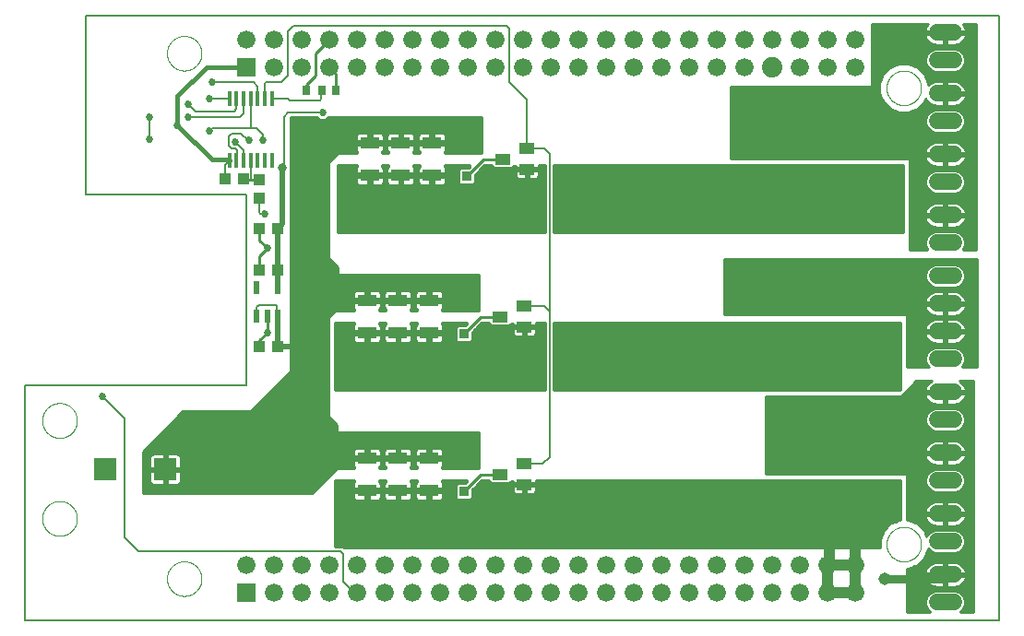
<source format=gbl>
G75*
%MOIN*%
%OFA0B0*%
%FSLAX25Y25*%
%IPPOS*%
%LPD*%
%AMOC8*
5,1,8,0,0,1.08239X$1,22.5*
%
%ADD10C,0.00500*%
%ADD11C,0.00000*%
%ADD12R,0.06600X0.06600*%
%ADD13C,0.06600*%
%ADD14C,0.07400*%
%ADD15R,0.07100X0.04400*%
%ADD16R,0.05512X0.03937*%
%ADD17C,0.06000*%
%ADD18R,0.08268X0.08268*%
%ADD19R,0.04331X0.03937*%
%ADD20R,0.03937X0.04331*%
%ADD21R,0.02165X0.04724*%
%ADD22R,0.02600X0.03800*%
%ADD23R,0.01400X0.05800*%
%ADD24C,0.01600*%
%ADD25C,0.03562*%
%ADD26C,0.01000*%
%ADD27C,0.02700*%
%ADD28C,0.00800*%
%ADD29C,0.04000*%
%ADD30C,0.04500*%
%ADD31C,0.02000*%
%ADD32C,0.03000*%
%ADD33C,0.05906*%
%ADD34R,0.03562X0.03562*%
%ADD35C,0.03300*%
D10*
X0026831Y0007667D02*
X0026831Y0092667D01*
X0106831Y0092667D01*
X0106831Y0161667D01*
X0048831Y0161667D01*
X0048831Y0226167D01*
X0378831Y0226167D01*
X0378831Y0007667D01*
X0026831Y0007667D01*
D11*
X0078081Y0022667D02*
X0078083Y0022825D01*
X0078089Y0022982D01*
X0078099Y0023140D01*
X0078113Y0023297D01*
X0078131Y0023453D01*
X0078152Y0023610D01*
X0078178Y0023765D01*
X0078208Y0023920D01*
X0078241Y0024074D01*
X0078279Y0024227D01*
X0078320Y0024380D01*
X0078365Y0024531D01*
X0078414Y0024681D01*
X0078467Y0024829D01*
X0078523Y0024977D01*
X0078584Y0025122D01*
X0078647Y0025267D01*
X0078715Y0025409D01*
X0078786Y0025550D01*
X0078860Y0025689D01*
X0078938Y0025826D01*
X0079020Y0025961D01*
X0079104Y0026094D01*
X0079193Y0026225D01*
X0079284Y0026353D01*
X0079379Y0026480D01*
X0079476Y0026603D01*
X0079577Y0026725D01*
X0079681Y0026843D01*
X0079788Y0026959D01*
X0079898Y0027072D01*
X0080010Y0027183D01*
X0080126Y0027290D01*
X0080244Y0027395D01*
X0080364Y0027497D01*
X0080487Y0027595D01*
X0080613Y0027691D01*
X0080741Y0027783D01*
X0080871Y0027872D01*
X0081003Y0027958D01*
X0081138Y0028040D01*
X0081275Y0028119D01*
X0081413Y0028194D01*
X0081553Y0028266D01*
X0081696Y0028334D01*
X0081839Y0028399D01*
X0081985Y0028460D01*
X0082132Y0028517D01*
X0082280Y0028571D01*
X0082430Y0028621D01*
X0082580Y0028667D01*
X0082732Y0028709D01*
X0082885Y0028748D01*
X0083039Y0028782D01*
X0083194Y0028813D01*
X0083349Y0028839D01*
X0083505Y0028862D01*
X0083662Y0028881D01*
X0083819Y0028896D01*
X0083976Y0028907D01*
X0084134Y0028914D01*
X0084292Y0028917D01*
X0084449Y0028916D01*
X0084607Y0028911D01*
X0084764Y0028902D01*
X0084922Y0028889D01*
X0085078Y0028872D01*
X0085235Y0028851D01*
X0085390Y0028827D01*
X0085545Y0028798D01*
X0085700Y0028765D01*
X0085853Y0028729D01*
X0086006Y0028688D01*
X0086157Y0028644D01*
X0086307Y0028596D01*
X0086456Y0028545D01*
X0086604Y0028489D01*
X0086750Y0028430D01*
X0086895Y0028367D01*
X0087038Y0028300D01*
X0087179Y0028230D01*
X0087318Y0028157D01*
X0087456Y0028080D01*
X0087592Y0027999D01*
X0087725Y0027915D01*
X0087856Y0027828D01*
X0087985Y0027737D01*
X0088112Y0027643D01*
X0088237Y0027546D01*
X0088358Y0027446D01*
X0088478Y0027343D01*
X0088594Y0027237D01*
X0088708Y0027128D01*
X0088820Y0027016D01*
X0088928Y0026902D01*
X0089033Y0026784D01*
X0089136Y0026664D01*
X0089235Y0026542D01*
X0089331Y0026417D01*
X0089424Y0026289D01*
X0089514Y0026160D01*
X0089600Y0026028D01*
X0089684Y0025894D01*
X0089763Y0025758D01*
X0089840Y0025620D01*
X0089912Y0025480D01*
X0089981Y0025338D01*
X0090047Y0025195D01*
X0090109Y0025050D01*
X0090167Y0024903D01*
X0090222Y0024755D01*
X0090273Y0024606D01*
X0090320Y0024455D01*
X0090363Y0024304D01*
X0090402Y0024151D01*
X0090438Y0023997D01*
X0090469Y0023843D01*
X0090497Y0023688D01*
X0090521Y0023532D01*
X0090541Y0023375D01*
X0090557Y0023218D01*
X0090569Y0023061D01*
X0090577Y0022904D01*
X0090581Y0022746D01*
X0090581Y0022588D01*
X0090577Y0022430D01*
X0090569Y0022273D01*
X0090557Y0022116D01*
X0090541Y0021959D01*
X0090521Y0021802D01*
X0090497Y0021646D01*
X0090469Y0021491D01*
X0090438Y0021337D01*
X0090402Y0021183D01*
X0090363Y0021030D01*
X0090320Y0020879D01*
X0090273Y0020728D01*
X0090222Y0020579D01*
X0090167Y0020431D01*
X0090109Y0020284D01*
X0090047Y0020139D01*
X0089981Y0019996D01*
X0089912Y0019854D01*
X0089840Y0019714D01*
X0089763Y0019576D01*
X0089684Y0019440D01*
X0089600Y0019306D01*
X0089514Y0019174D01*
X0089424Y0019045D01*
X0089331Y0018917D01*
X0089235Y0018792D01*
X0089136Y0018670D01*
X0089033Y0018550D01*
X0088928Y0018432D01*
X0088820Y0018318D01*
X0088708Y0018206D01*
X0088594Y0018097D01*
X0088478Y0017991D01*
X0088358Y0017888D01*
X0088237Y0017788D01*
X0088112Y0017691D01*
X0087985Y0017597D01*
X0087856Y0017506D01*
X0087725Y0017419D01*
X0087592Y0017335D01*
X0087456Y0017254D01*
X0087318Y0017177D01*
X0087179Y0017104D01*
X0087038Y0017034D01*
X0086895Y0016967D01*
X0086750Y0016904D01*
X0086604Y0016845D01*
X0086456Y0016789D01*
X0086307Y0016738D01*
X0086157Y0016690D01*
X0086006Y0016646D01*
X0085853Y0016605D01*
X0085700Y0016569D01*
X0085545Y0016536D01*
X0085390Y0016507D01*
X0085235Y0016483D01*
X0085078Y0016462D01*
X0084922Y0016445D01*
X0084764Y0016432D01*
X0084607Y0016423D01*
X0084449Y0016418D01*
X0084292Y0016417D01*
X0084134Y0016420D01*
X0083976Y0016427D01*
X0083819Y0016438D01*
X0083662Y0016453D01*
X0083505Y0016472D01*
X0083349Y0016495D01*
X0083194Y0016521D01*
X0083039Y0016552D01*
X0082885Y0016586D01*
X0082732Y0016625D01*
X0082580Y0016667D01*
X0082430Y0016713D01*
X0082280Y0016763D01*
X0082132Y0016817D01*
X0081985Y0016874D01*
X0081839Y0016935D01*
X0081696Y0017000D01*
X0081553Y0017068D01*
X0081413Y0017140D01*
X0081275Y0017215D01*
X0081138Y0017294D01*
X0081003Y0017376D01*
X0080871Y0017462D01*
X0080741Y0017551D01*
X0080613Y0017643D01*
X0080487Y0017739D01*
X0080364Y0017837D01*
X0080244Y0017939D01*
X0080126Y0018044D01*
X0080010Y0018151D01*
X0079898Y0018262D01*
X0079788Y0018375D01*
X0079681Y0018491D01*
X0079577Y0018609D01*
X0079476Y0018731D01*
X0079379Y0018854D01*
X0079284Y0018981D01*
X0079193Y0019109D01*
X0079104Y0019240D01*
X0079020Y0019373D01*
X0078938Y0019508D01*
X0078860Y0019645D01*
X0078786Y0019784D01*
X0078715Y0019925D01*
X0078647Y0020067D01*
X0078584Y0020212D01*
X0078523Y0020357D01*
X0078467Y0020505D01*
X0078414Y0020653D01*
X0078365Y0020803D01*
X0078320Y0020954D01*
X0078279Y0021107D01*
X0078241Y0021260D01*
X0078208Y0021414D01*
X0078178Y0021569D01*
X0078152Y0021724D01*
X0078131Y0021881D01*
X0078113Y0022037D01*
X0078099Y0022194D01*
X0078089Y0022352D01*
X0078083Y0022509D01*
X0078081Y0022667D01*
X0032996Y0044450D02*
X0032998Y0044608D01*
X0033004Y0044766D01*
X0033014Y0044924D01*
X0033028Y0045082D01*
X0033046Y0045239D01*
X0033067Y0045396D01*
X0033093Y0045552D01*
X0033123Y0045708D01*
X0033156Y0045863D01*
X0033194Y0046016D01*
X0033235Y0046169D01*
X0033280Y0046321D01*
X0033329Y0046472D01*
X0033382Y0046621D01*
X0033438Y0046769D01*
X0033498Y0046915D01*
X0033562Y0047060D01*
X0033630Y0047203D01*
X0033701Y0047345D01*
X0033775Y0047485D01*
X0033853Y0047622D01*
X0033935Y0047758D01*
X0034019Y0047892D01*
X0034108Y0048023D01*
X0034199Y0048152D01*
X0034294Y0048279D01*
X0034391Y0048404D01*
X0034492Y0048526D01*
X0034596Y0048645D01*
X0034703Y0048762D01*
X0034813Y0048876D01*
X0034926Y0048987D01*
X0035041Y0049096D01*
X0035159Y0049201D01*
X0035280Y0049303D01*
X0035403Y0049403D01*
X0035529Y0049499D01*
X0035657Y0049592D01*
X0035787Y0049682D01*
X0035920Y0049768D01*
X0036055Y0049852D01*
X0036191Y0049931D01*
X0036330Y0050008D01*
X0036471Y0050080D01*
X0036613Y0050150D01*
X0036757Y0050215D01*
X0036903Y0050277D01*
X0037050Y0050335D01*
X0037199Y0050390D01*
X0037349Y0050441D01*
X0037500Y0050488D01*
X0037652Y0050531D01*
X0037805Y0050570D01*
X0037960Y0050606D01*
X0038115Y0050637D01*
X0038271Y0050665D01*
X0038427Y0050689D01*
X0038584Y0050709D01*
X0038742Y0050725D01*
X0038899Y0050737D01*
X0039058Y0050745D01*
X0039216Y0050749D01*
X0039374Y0050749D01*
X0039532Y0050745D01*
X0039691Y0050737D01*
X0039848Y0050725D01*
X0040006Y0050709D01*
X0040163Y0050689D01*
X0040319Y0050665D01*
X0040475Y0050637D01*
X0040630Y0050606D01*
X0040785Y0050570D01*
X0040938Y0050531D01*
X0041090Y0050488D01*
X0041241Y0050441D01*
X0041391Y0050390D01*
X0041540Y0050335D01*
X0041687Y0050277D01*
X0041833Y0050215D01*
X0041977Y0050150D01*
X0042119Y0050080D01*
X0042260Y0050008D01*
X0042399Y0049931D01*
X0042535Y0049852D01*
X0042670Y0049768D01*
X0042803Y0049682D01*
X0042933Y0049592D01*
X0043061Y0049499D01*
X0043187Y0049403D01*
X0043310Y0049303D01*
X0043431Y0049201D01*
X0043549Y0049096D01*
X0043664Y0048987D01*
X0043777Y0048876D01*
X0043887Y0048762D01*
X0043994Y0048645D01*
X0044098Y0048526D01*
X0044199Y0048404D01*
X0044296Y0048279D01*
X0044391Y0048152D01*
X0044482Y0048023D01*
X0044571Y0047892D01*
X0044655Y0047758D01*
X0044737Y0047622D01*
X0044815Y0047485D01*
X0044889Y0047345D01*
X0044960Y0047203D01*
X0045028Y0047060D01*
X0045092Y0046915D01*
X0045152Y0046769D01*
X0045208Y0046621D01*
X0045261Y0046472D01*
X0045310Y0046321D01*
X0045355Y0046169D01*
X0045396Y0046016D01*
X0045434Y0045863D01*
X0045467Y0045708D01*
X0045497Y0045552D01*
X0045523Y0045396D01*
X0045544Y0045239D01*
X0045562Y0045082D01*
X0045576Y0044924D01*
X0045586Y0044766D01*
X0045592Y0044608D01*
X0045594Y0044450D01*
X0045592Y0044292D01*
X0045586Y0044134D01*
X0045576Y0043976D01*
X0045562Y0043818D01*
X0045544Y0043661D01*
X0045523Y0043504D01*
X0045497Y0043348D01*
X0045467Y0043192D01*
X0045434Y0043037D01*
X0045396Y0042884D01*
X0045355Y0042731D01*
X0045310Y0042579D01*
X0045261Y0042428D01*
X0045208Y0042279D01*
X0045152Y0042131D01*
X0045092Y0041985D01*
X0045028Y0041840D01*
X0044960Y0041697D01*
X0044889Y0041555D01*
X0044815Y0041415D01*
X0044737Y0041278D01*
X0044655Y0041142D01*
X0044571Y0041008D01*
X0044482Y0040877D01*
X0044391Y0040748D01*
X0044296Y0040621D01*
X0044199Y0040496D01*
X0044098Y0040374D01*
X0043994Y0040255D01*
X0043887Y0040138D01*
X0043777Y0040024D01*
X0043664Y0039913D01*
X0043549Y0039804D01*
X0043431Y0039699D01*
X0043310Y0039597D01*
X0043187Y0039497D01*
X0043061Y0039401D01*
X0042933Y0039308D01*
X0042803Y0039218D01*
X0042670Y0039132D01*
X0042535Y0039048D01*
X0042399Y0038969D01*
X0042260Y0038892D01*
X0042119Y0038820D01*
X0041977Y0038750D01*
X0041833Y0038685D01*
X0041687Y0038623D01*
X0041540Y0038565D01*
X0041391Y0038510D01*
X0041241Y0038459D01*
X0041090Y0038412D01*
X0040938Y0038369D01*
X0040785Y0038330D01*
X0040630Y0038294D01*
X0040475Y0038263D01*
X0040319Y0038235D01*
X0040163Y0038211D01*
X0040006Y0038191D01*
X0039848Y0038175D01*
X0039691Y0038163D01*
X0039532Y0038155D01*
X0039374Y0038151D01*
X0039216Y0038151D01*
X0039058Y0038155D01*
X0038899Y0038163D01*
X0038742Y0038175D01*
X0038584Y0038191D01*
X0038427Y0038211D01*
X0038271Y0038235D01*
X0038115Y0038263D01*
X0037960Y0038294D01*
X0037805Y0038330D01*
X0037652Y0038369D01*
X0037500Y0038412D01*
X0037349Y0038459D01*
X0037199Y0038510D01*
X0037050Y0038565D01*
X0036903Y0038623D01*
X0036757Y0038685D01*
X0036613Y0038750D01*
X0036471Y0038820D01*
X0036330Y0038892D01*
X0036191Y0038969D01*
X0036055Y0039048D01*
X0035920Y0039132D01*
X0035787Y0039218D01*
X0035657Y0039308D01*
X0035529Y0039401D01*
X0035403Y0039497D01*
X0035280Y0039597D01*
X0035159Y0039699D01*
X0035041Y0039804D01*
X0034926Y0039913D01*
X0034813Y0040024D01*
X0034703Y0040138D01*
X0034596Y0040255D01*
X0034492Y0040374D01*
X0034391Y0040496D01*
X0034294Y0040621D01*
X0034199Y0040748D01*
X0034108Y0040877D01*
X0034019Y0041008D01*
X0033935Y0041142D01*
X0033853Y0041278D01*
X0033775Y0041415D01*
X0033701Y0041555D01*
X0033630Y0041697D01*
X0033562Y0041840D01*
X0033498Y0041985D01*
X0033438Y0042131D01*
X0033382Y0042279D01*
X0033329Y0042428D01*
X0033280Y0042579D01*
X0033235Y0042731D01*
X0033194Y0042884D01*
X0033156Y0043037D01*
X0033123Y0043192D01*
X0033093Y0043348D01*
X0033067Y0043504D01*
X0033046Y0043661D01*
X0033028Y0043818D01*
X0033014Y0043976D01*
X0033004Y0044134D01*
X0032998Y0044292D01*
X0032996Y0044450D01*
X0032996Y0079883D02*
X0032998Y0080041D01*
X0033004Y0080199D01*
X0033014Y0080357D01*
X0033028Y0080515D01*
X0033046Y0080672D01*
X0033067Y0080829D01*
X0033093Y0080985D01*
X0033123Y0081141D01*
X0033156Y0081296D01*
X0033194Y0081449D01*
X0033235Y0081602D01*
X0033280Y0081754D01*
X0033329Y0081905D01*
X0033382Y0082054D01*
X0033438Y0082202D01*
X0033498Y0082348D01*
X0033562Y0082493D01*
X0033630Y0082636D01*
X0033701Y0082778D01*
X0033775Y0082918D01*
X0033853Y0083055D01*
X0033935Y0083191D01*
X0034019Y0083325D01*
X0034108Y0083456D01*
X0034199Y0083585D01*
X0034294Y0083712D01*
X0034391Y0083837D01*
X0034492Y0083959D01*
X0034596Y0084078D01*
X0034703Y0084195D01*
X0034813Y0084309D01*
X0034926Y0084420D01*
X0035041Y0084529D01*
X0035159Y0084634D01*
X0035280Y0084736D01*
X0035403Y0084836D01*
X0035529Y0084932D01*
X0035657Y0085025D01*
X0035787Y0085115D01*
X0035920Y0085201D01*
X0036055Y0085285D01*
X0036191Y0085364D01*
X0036330Y0085441D01*
X0036471Y0085513D01*
X0036613Y0085583D01*
X0036757Y0085648D01*
X0036903Y0085710D01*
X0037050Y0085768D01*
X0037199Y0085823D01*
X0037349Y0085874D01*
X0037500Y0085921D01*
X0037652Y0085964D01*
X0037805Y0086003D01*
X0037960Y0086039D01*
X0038115Y0086070D01*
X0038271Y0086098D01*
X0038427Y0086122D01*
X0038584Y0086142D01*
X0038742Y0086158D01*
X0038899Y0086170D01*
X0039058Y0086178D01*
X0039216Y0086182D01*
X0039374Y0086182D01*
X0039532Y0086178D01*
X0039691Y0086170D01*
X0039848Y0086158D01*
X0040006Y0086142D01*
X0040163Y0086122D01*
X0040319Y0086098D01*
X0040475Y0086070D01*
X0040630Y0086039D01*
X0040785Y0086003D01*
X0040938Y0085964D01*
X0041090Y0085921D01*
X0041241Y0085874D01*
X0041391Y0085823D01*
X0041540Y0085768D01*
X0041687Y0085710D01*
X0041833Y0085648D01*
X0041977Y0085583D01*
X0042119Y0085513D01*
X0042260Y0085441D01*
X0042399Y0085364D01*
X0042535Y0085285D01*
X0042670Y0085201D01*
X0042803Y0085115D01*
X0042933Y0085025D01*
X0043061Y0084932D01*
X0043187Y0084836D01*
X0043310Y0084736D01*
X0043431Y0084634D01*
X0043549Y0084529D01*
X0043664Y0084420D01*
X0043777Y0084309D01*
X0043887Y0084195D01*
X0043994Y0084078D01*
X0044098Y0083959D01*
X0044199Y0083837D01*
X0044296Y0083712D01*
X0044391Y0083585D01*
X0044482Y0083456D01*
X0044571Y0083325D01*
X0044655Y0083191D01*
X0044737Y0083055D01*
X0044815Y0082918D01*
X0044889Y0082778D01*
X0044960Y0082636D01*
X0045028Y0082493D01*
X0045092Y0082348D01*
X0045152Y0082202D01*
X0045208Y0082054D01*
X0045261Y0081905D01*
X0045310Y0081754D01*
X0045355Y0081602D01*
X0045396Y0081449D01*
X0045434Y0081296D01*
X0045467Y0081141D01*
X0045497Y0080985D01*
X0045523Y0080829D01*
X0045544Y0080672D01*
X0045562Y0080515D01*
X0045576Y0080357D01*
X0045586Y0080199D01*
X0045592Y0080041D01*
X0045594Y0079883D01*
X0045592Y0079725D01*
X0045586Y0079567D01*
X0045576Y0079409D01*
X0045562Y0079251D01*
X0045544Y0079094D01*
X0045523Y0078937D01*
X0045497Y0078781D01*
X0045467Y0078625D01*
X0045434Y0078470D01*
X0045396Y0078317D01*
X0045355Y0078164D01*
X0045310Y0078012D01*
X0045261Y0077861D01*
X0045208Y0077712D01*
X0045152Y0077564D01*
X0045092Y0077418D01*
X0045028Y0077273D01*
X0044960Y0077130D01*
X0044889Y0076988D01*
X0044815Y0076848D01*
X0044737Y0076711D01*
X0044655Y0076575D01*
X0044571Y0076441D01*
X0044482Y0076310D01*
X0044391Y0076181D01*
X0044296Y0076054D01*
X0044199Y0075929D01*
X0044098Y0075807D01*
X0043994Y0075688D01*
X0043887Y0075571D01*
X0043777Y0075457D01*
X0043664Y0075346D01*
X0043549Y0075237D01*
X0043431Y0075132D01*
X0043310Y0075030D01*
X0043187Y0074930D01*
X0043061Y0074834D01*
X0042933Y0074741D01*
X0042803Y0074651D01*
X0042670Y0074565D01*
X0042535Y0074481D01*
X0042399Y0074402D01*
X0042260Y0074325D01*
X0042119Y0074253D01*
X0041977Y0074183D01*
X0041833Y0074118D01*
X0041687Y0074056D01*
X0041540Y0073998D01*
X0041391Y0073943D01*
X0041241Y0073892D01*
X0041090Y0073845D01*
X0040938Y0073802D01*
X0040785Y0073763D01*
X0040630Y0073727D01*
X0040475Y0073696D01*
X0040319Y0073668D01*
X0040163Y0073644D01*
X0040006Y0073624D01*
X0039848Y0073608D01*
X0039691Y0073596D01*
X0039532Y0073588D01*
X0039374Y0073584D01*
X0039216Y0073584D01*
X0039058Y0073588D01*
X0038899Y0073596D01*
X0038742Y0073608D01*
X0038584Y0073624D01*
X0038427Y0073644D01*
X0038271Y0073668D01*
X0038115Y0073696D01*
X0037960Y0073727D01*
X0037805Y0073763D01*
X0037652Y0073802D01*
X0037500Y0073845D01*
X0037349Y0073892D01*
X0037199Y0073943D01*
X0037050Y0073998D01*
X0036903Y0074056D01*
X0036757Y0074118D01*
X0036613Y0074183D01*
X0036471Y0074253D01*
X0036330Y0074325D01*
X0036191Y0074402D01*
X0036055Y0074481D01*
X0035920Y0074565D01*
X0035787Y0074651D01*
X0035657Y0074741D01*
X0035529Y0074834D01*
X0035403Y0074930D01*
X0035280Y0075030D01*
X0035159Y0075132D01*
X0035041Y0075237D01*
X0034926Y0075346D01*
X0034813Y0075457D01*
X0034703Y0075571D01*
X0034596Y0075688D01*
X0034492Y0075807D01*
X0034391Y0075929D01*
X0034294Y0076054D01*
X0034199Y0076181D01*
X0034108Y0076310D01*
X0034019Y0076441D01*
X0033935Y0076575D01*
X0033853Y0076711D01*
X0033775Y0076848D01*
X0033701Y0076988D01*
X0033630Y0077130D01*
X0033562Y0077273D01*
X0033498Y0077418D01*
X0033438Y0077564D01*
X0033382Y0077712D01*
X0033329Y0077861D01*
X0033280Y0078012D01*
X0033235Y0078164D01*
X0033194Y0078317D01*
X0033156Y0078470D01*
X0033123Y0078625D01*
X0033093Y0078781D01*
X0033067Y0078937D01*
X0033046Y0079094D01*
X0033028Y0079251D01*
X0033014Y0079409D01*
X0033004Y0079567D01*
X0032998Y0079725D01*
X0032996Y0079883D01*
X0078081Y0212667D02*
X0078083Y0212825D01*
X0078089Y0212982D01*
X0078099Y0213140D01*
X0078113Y0213297D01*
X0078131Y0213453D01*
X0078152Y0213610D01*
X0078178Y0213765D01*
X0078208Y0213920D01*
X0078241Y0214074D01*
X0078279Y0214227D01*
X0078320Y0214380D01*
X0078365Y0214531D01*
X0078414Y0214681D01*
X0078467Y0214829D01*
X0078523Y0214977D01*
X0078584Y0215122D01*
X0078647Y0215267D01*
X0078715Y0215409D01*
X0078786Y0215550D01*
X0078860Y0215689D01*
X0078938Y0215826D01*
X0079020Y0215961D01*
X0079104Y0216094D01*
X0079193Y0216225D01*
X0079284Y0216353D01*
X0079379Y0216480D01*
X0079476Y0216603D01*
X0079577Y0216725D01*
X0079681Y0216843D01*
X0079788Y0216959D01*
X0079898Y0217072D01*
X0080010Y0217183D01*
X0080126Y0217290D01*
X0080244Y0217395D01*
X0080364Y0217497D01*
X0080487Y0217595D01*
X0080613Y0217691D01*
X0080741Y0217783D01*
X0080871Y0217872D01*
X0081003Y0217958D01*
X0081138Y0218040D01*
X0081275Y0218119D01*
X0081413Y0218194D01*
X0081553Y0218266D01*
X0081696Y0218334D01*
X0081839Y0218399D01*
X0081985Y0218460D01*
X0082132Y0218517D01*
X0082280Y0218571D01*
X0082430Y0218621D01*
X0082580Y0218667D01*
X0082732Y0218709D01*
X0082885Y0218748D01*
X0083039Y0218782D01*
X0083194Y0218813D01*
X0083349Y0218839D01*
X0083505Y0218862D01*
X0083662Y0218881D01*
X0083819Y0218896D01*
X0083976Y0218907D01*
X0084134Y0218914D01*
X0084292Y0218917D01*
X0084449Y0218916D01*
X0084607Y0218911D01*
X0084764Y0218902D01*
X0084922Y0218889D01*
X0085078Y0218872D01*
X0085235Y0218851D01*
X0085390Y0218827D01*
X0085545Y0218798D01*
X0085700Y0218765D01*
X0085853Y0218729D01*
X0086006Y0218688D01*
X0086157Y0218644D01*
X0086307Y0218596D01*
X0086456Y0218545D01*
X0086604Y0218489D01*
X0086750Y0218430D01*
X0086895Y0218367D01*
X0087038Y0218300D01*
X0087179Y0218230D01*
X0087318Y0218157D01*
X0087456Y0218080D01*
X0087592Y0217999D01*
X0087725Y0217915D01*
X0087856Y0217828D01*
X0087985Y0217737D01*
X0088112Y0217643D01*
X0088237Y0217546D01*
X0088358Y0217446D01*
X0088478Y0217343D01*
X0088594Y0217237D01*
X0088708Y0217128D01*
X0088820Y0217016D01*
X0088928Y0216902D01*
X0089033Y0216784D01*
X0089136Y0216664D01*
X0089235Y0216542D01*
X0089331Y0216417D01*
X0089424Y0216289D01*
X0089514Y0216160D01*
X0089600Y0216028D01*
X0089684Y0215894D01*
X0089763Y0215758D01*
X0089840Y0215620D01*
X0089912Y0215480D01*
X0089981Y0215338D01*
X0090047Y0215195D01*
X0090109Y0215050D01*
X0090167Y0214903D01*
X0090222Y0214755D01*
X0090273Y0214606D01*
X0090320Y0214455D01*
X0090363Y0214304D01*
X0090402Y0214151D01*
X0090438Y0213997D01*
X0090469Y0213843D01*
X0090497Y0213688D01*
X0090521Y0213532D01*
X0090541Y0213375D01*
X0090557Y0213218D01*
X0090569Y0213061D01*
X0090577Y0212904D01*
X0090581Y0212746D01*
X0090581Y0212588D01*
X0090577Y0212430D01*
X0090569Y0212273D01*
X0090557Y0212116D01*
X0090541Y0211959D01*
X0090521Y0211802D01*
X0090497Y0211646D01*
X0090469Y0211491D01*
X0090438Y0211337D01*
X0090402Y0211183D01*
X0090363Y0211030D01*
X0090320Y0210879D01*
X0090273Y0210728D01*
X0090222Y0210579D01*
X0090167Y0210431D01*
X0090109Y0210284D01*
X0090047Y0210139D01*
X0089981Y0209996D01*
X0089912Y0209854D01*
X0089840Y0209714D01*
X0089763Y0209576D01*
X0089684Y0209440D01*
X0089600Y0209306D01*
X0089514Y0209174D01*
X0089424Y0209045D01*
X0089331Y0208917D01*
X0089235Y0208792D01*
X0089136Y0208670D01*
X0089033Y0208550D01*
X0088928Y0208432D01*
X0088820Y0208318D01*
X0088708Y0208206D01*
X0088594Y0208097D01*
X0088478Y0207991D01*
X0088358Y0207888D01*
X0088237Y0207788D01*
X0088112Y0207691D01*
X0087985Y0207597D01*
X0087856Y0207506D01*
X0087725Y0207419D01*
X0087592Y0207335D01*
X0087456Y0207254D01*
X0087318Y0207177D01*
X0087179Y0207104D01*
X0087038Y0207034D01*
X0086895Y0206967D01*
X0086750Y0206904D01*
X0086604Y0206845D01*
X0086456Y0206789D01*
X0086307Y0206738D01*
X0086157Y0206690D01*
X0086006Y0206646D01*
X0085853Y0206605D01*
X0085700Y0206569D01*
X0085545Y0206536D01*
X0085390Y0206507D01*
X0085235Y0206483D01*
X0085078Y0206462D01*
X0084922Y0206445D01*
X0084764Y0206432D01*
X0084607Y0206423D01*
X0084449Y0206418D01*
X0084292Y0206417D01*
X0084134Y0206420D01*
X0083976Y0206427D01*
X0083819Y0206438D01*
X0083662Y0206453D01*
X0083505Y0206472D01*
X0083349Y0206495D01*
X0083194Y0206521D01*
X0083039Y0206552D01*
X0082885Y0206586D01*
X0082732Y0206625D01*
X0082580Y0206667D01*
X0082430Y0206713D01*
X0082280Y0206763D01*
X0082132Y0206817D01*
X0081985Y0206874D01*
X0081839Y0206935D01*
X0081696Y0207000D01*
X0081553Y0207068D01*
X0081413Y0207140D01*
X0081275Y0207215D01*
X0081138Y0207294D01*
X0081003Y0207376D01*
X0080871Y0207462D01*
X0080741Y0207551D01*
X0080613Y0207643D01*
X0080487Y0207739D01*
X0080364Y0207837D01*
X0080244Y0207939D01*
X0080126Y0208044D01*
X0080010Y0208151D01*
X0079898Y0208262D01*
X0079788Y0208375D01*
X0079681Y0208491D01*
X0079577Y0208609D01*
X0079476Y0208731D01*
X0079379Y0208854D01*
X0079284Y0208981D01*
X0079193Y0209109D01*
X0079104Y0209240D01*
X0079020Y0209373D01*
X0078938Y0209508D01*
X0078860Y0209645D01*
X0078786Y0209784D01*
X0078715Y0209925D01*
X0078647Y0210067D01*
X0078584Y0210212D01*
X0078523Y0210357D01*
X0078467Y0210505D01*
X0078414Y0210653D01*
X0078365Y0210803D01*
X0078320Y0210954D01*
X0078279Y0211107D01*
X0078241Y0211260D01*
X0078208Y0211414D01*
X0078178Y0211569D01*
X0078152Y0211724D01*
X0078131Y0211881D01*
X0078113Y0212037D01*
X0078099Y0212194D01*
X0078089Y0212352D01*
X0078083Y0212509D01*
X0078081Y0212667D01*
X0338081Y0200167D02*
X0338083Y0200325D01*
X0338089Y0200482D01*
X0338099Y0200640D01*
X0338113Y0200797D01*
X0338131Y0200953D01*
X0338152Y0201110D01*
X0338178Y0201265D01*
X0338208Y0201420D01*
X0338241Y0201574D01*
X0338279Y0201727D01*
X0338320Y0201880D01*
X0338365Y0202031D01*
X0338414Y0202181D01*
X0338467Y0202329D01*
X0338523Y0202477D01*
X0338584Y0202622D01*
X0338647Y0202767D01*
X0338715Y0202909D01*
X0338786Y0203050D01*
X0338860Y0203189D01*
X0338938Y0203326D01*
X0339020Y0203461D01*
X0339104Y0203594D01*
X0339193Y0203725D01*
X0339284Y0203853D01*
X0339379Y0203980D01*
X0339476Y0204103D01*
X0339577Y0204225D01*
X0339681Y0204343D01*
X0339788Y0204459D01*
X0339898Y0204572D01*
X0340010Y0204683D01*
X0340126Y0204790D01*
X0340244Y0204895D01*
X0340364Y0204997D01*
X0340487Y0205095D01*
X0340613Y0205191D01*
X0340741Y0205283D01*
X0340871Y0205372D01*
X0341003Y0205458D01*
X0341138Y0205540D01*
X0341275Y0205619D01*
X0341413Y0205694D01*
X0341553Y0205766D01*
X0341696Y0205834D01*
X0341839Y0205899D01*
X0341985Y0205960D01*
X0342132Y0206017D01*
X0342280Y0206071D01*
X0342430Y0206121D01*
X0342580Y0206167D01*
X0342732Y0206209D01*
X0342885Y0206248D01*
X0343039Y0206282D01*
X0343194Y0206313D01*
X0343349Y0206339D01*
X0343505Y0206362D01*
X0343662Y0206381D01*
X0343819Y0206396D01*
X0343976Y0206407D01*
X0344134Y0206414D01*
X0344292Y0206417D01*
X0344449Y0206416D01*
X0344607Y0206411D01*
X0344764Y0206402D01*
X0344922Y0206389D01*
X0345078Y0206372D01*
X0345235Y0206351D01*
X0345390Y0206327D01*
X0345545Y0206298D01*
X0345700Y0206265D01*
X0345853Y0206229D01*
X0346006Y0206188D01*
X0346157Y0206144D01*
X0346307Y0206096D01*
X0346456Y0206045D01*
X0346604Y0205989D01*
X0346750Y0205930D01*
X0346895Y0205867D01*
X0347038Y0205800D01*
X0347179Y0205730D01*
X0347318Y0205657D01*
X0347456Y0205580D01*
X0347592Y0205499D01*
X0347725Y0205415D01*
X0347856Y0205328D01*
X0347985Y0205237D01*
X0348112Y0205143D01*
X0348237Y0205046D01*
X0348358Y0204946D01*
X0348478Y0204843D01*
X0348594Y0204737D01*
X0348708Y0204628D01*
X0348820Y0204516D01*
X0348928Y0204402D01*
X0349033Y0204284D01*
X0349136Y0204164D01*
X0349235Y0204042D01*
X0349331Y0203917D01*
X0349424Y0203789D01*
X0349514Y0203660D01*
X0349600Y0203528D01*
X0349684Y0203394D01*
X0349763Y0203258D01*
X0349840Y0203120D01*
X0349912Y0202980D01*
X0349981Y0202838D01*
X0350047Y0202695D01*
X0350109Y0202550D01*
X0350167Y0202403D01*
X0350222Y0202255D01*
X0350273Y0202106D01*
X0350320Y0201955D01*
X0350363Y0201804D01*
X0350402Y0201651D01*
X0350438Y0201497D01*
X0350469Y0201343D01*
X0350497Y0201188D01*
X0350521Y0201032D01*
X0350541Y0200875D01*
X0350557Y0200718D01*
X0350569Y0200561D01*
X0350577Y0200404D01*
X0350581Y0200246D01*
X0350581Y0200088D01*
X0350577Y0199930D01*
X0350569Y0199773D01*
X0350557Y0199616D01*
X0350541Y0199459D01*
X0350521Y0199302D01*
X0350497Y0199146D01*
X0350469Y0198991D01*
X0350438Y0198837D01*
X0350402Y0198683D01*
X0350363Y0198530D01*
X0350320Y0198379D01*
X0350273Y0198228D01*
X0350222Y0198079D01*
X0350167Y0197931D01*
X0350109Y0197784D01*
X0350047Y0197639D01*
X0349981Y0197496D01*
X0349912Y0197354D01*
X0349840Y0197214D01*
X0349763Y0197076D01*
X0349684Y0196940D01*
X0349600Y0196806D01*
X0349514Y0196674D01*
X0349424Y0196545D01*
X0349331Y0196417D01*
X0349235Y0196292D01*
X0349136Y0196170D01*
X0349033Y0196050D01*
X0348928Y0195932D01*
X0348820Y0195818D01*
X0348708Y0195706D01*
X0348594Y0195597D01*
X0348478Y0195491D01*
X0348358Y0195388D01*
X0348237Y0195288D01*
X0348112Y0195191D01*
X0347985Y0195097D01*
X0347856Y0195006D01*
X0347725Y0194919D01*
X0347592Y0194835D01*
X0347456Y0194754D01*
X0347318Y0194677D01*
X0347179Y0194604D01*
X0347038Y0194534D01*
X0346895Y0194467D01*
X0346750Y0194404D01*
X0346604Y0194345D01*
X0346456Y0194289D01*
X0346307Y0194238D01*
X0346157Y0194190D01*
X0346006Y0194146D01*
X0345853Y0194105D01*
X0345700Y0194069D01*
X0345545Y0194036D01*
X0345390Y0194007D01*
X0345235Y0193983D01*
X0345078Y0193962D01*
X0344922Y0193945D01*
X0344764Y0193932D01*
X0344607Y0193923D01*
X0344449Y0193918D01*
X0344292Y0193917D01*
X0344134Y0193920D01*
X0343976Y0193927D01*
X0343819Y0193938D01*
X0343662Y0193953D01*
X0343505Y0193972D01*
X0343349Y0193995D01*
X0343194Y0194021D01*
X0343039Y0194052D01*
X0342885Y0194086D01*
X0342732Y0194125D01*
X0342580Y0194167D01*
X0342430Y0194213D01*
X0342280Y0194263D01*
X0342132Y0194317D01*
X0341985Y0194374D01*
X0341839Y0194435D01*
X0341696Y0194500D01*
X0341553Y0194568D01*
X0341413Y0194640D01*
X0341275Y0194715D01*
X0341138Y0194794D01*
X0341003Y0194876D01*
X0340871Y0194962D01*
X0340741Y0195051D01*
X0340613Y0195143D01*
X0340487Y0195239D01*
X0340364Y0195337D01*
X0340244Y0195439D01*
X0340126Y0195544D01*
X0340010Y0195651D01*
X0339898Y0195762D01*
X0339788Y0195875D01*
X0339681Y0195991D01*
X0339577Y0196109D01*
X0339476Y0196231D01*
X0339379Y0196354D01*
X0339284Y0196481D01*
X0339193Y0196609D01*
X0339104Y0196740D01*
X0339020Y0196873D01*
X0338938Y0197008D01*
X0338860Y0197145D01*
X0338786Y0197284D01*
X0338715Y0197425D01*
X0338647Y0197567D01*
X0338584Y0197712D01*
X0338523Y0197857D01*
X0338467Y0198005D01*
X0338414Y0198153D01*
X0338365Y0198303D01*
X0338320Y0198454D01*
X0338279Y0198607D01*
X0338241Y0198760D01*
X0338208Y0198914D01*
X0338178Y0199069D01*
X0338152Y0199224D01*
X0338131Y0199381D01*
X0338113Y0199537D01*
X0338099Y0199694D01*
X0338089Y0199852D01*
X0338083Y0200009D01*
X0338081Y0200167D01*
X0338081Y0035167D02*
X0338083Y0035325D01*
X0338089Y0035482D01*
X0338099Y0035640D01*
X0338113Y0035797D01*
X0338131Y0035953D01*
X0338152Y0036110D01*
X0338178Y0036265D01*
X0338208Y0036420D01*
X0338241Y0036574D01*
X0338279Y0036727D01*
X0338320Y0036880D01*
X0338365Y0037031D01*
X0338414Y0037181D01*
X0338467Y0037329D01*
X0338523Y0037477D01*
X0338584Y0037622D01*
X0338647Y0037767D01*
X0338715Y0037909D01*
X0338786Y0038050D01*
X0338860Y0038189D01*
X0338938Y0038326D01*
X0339020Y0038461D01*
X0339104Y0038594D01*
X0339193Y0038725D01*
X0339284Y0038853D01*
X0339379Y0038980D01*
X0339476Y0039103D01*
X0339577Y0039225D01*
X0339681Y0039343D01*
X0339788Y0039459D01*
X0339898Y0039572D01*
X0340010Y0039683D01*
X0340126Y0039790D01*
X0340244Y0039895D01*
X0340364Y0039997D01*
X0340487Y0040095D01*
X0340613Y0040191D01*
X0340741Y0040283D01*
X0340871Y0040372D01*
X0341003Y0040458D01*
X0341138Y0040540D01*
X0341275Y0040619D01*
X0341413Y0040694D01*
X0341553Y0040766D01*
X0341696Y0040834D01*
X0341839Y0040899D01*
X0341985Y0040960D01*
X0342132Y0041017D01*
X0342280Y0041071D01*
X0342430Y0041121D01*
X0342580Y0041167D01*
X0342732Y0041209D01*
X0342885Y0041248D01*
X0343039Y0041282D01*
X0343194Y0041313D01*
X0343349Y0041339D01*
X0343505Y0041362D01*
X0343662Y0041381D01*
X0343819Y0041396D01*
X0343976Y0041407D01*
X0344134Y0041414D01*
X0344292Y0041417D01*
X0344449Y0041416D01*
X0344607Y0041411D01*
X0344764Y0041402D01*
X0344922Y0041389D01*
X0345078Y0041372D01*
X0345235Y0041351D01*
X0345390Y0041327D01*
X0345545Y0041298D01*
X0345700Y0041265D01*
X0345853Y0041229D01*
X0346006Y0041188D01*
X0346157Y0041144D01*
X0346307Y0041096D01*
X0346456Y0041045D01*
X0346604Y0040989D01*
X0346750Y0040930D01*
X0346895Y0040867D01*
X0347038Y0040800D01*
X0347179Y0040730D01*
X0347318Y0040657D01*
X0347456Y0040580D01*
X0347592Y0040499D01*
X0347725Y0040415D01*
X0347856Y0040328D01*
X0347985Y0040237D01*
X0348112Y0040143D01*
X0348237Y0040046D01*
X0348358Y0039946D01*
X0348478Y0039843D01*
X0348594Y0039737D01*
X0348708Y0039628D01*
X0348820Y0039516D01*
X0348928Y0039402D01*
X0349033Y0039284D01*
X0349136Y0039164D01*
X0349235Y0039042D01*
X0349331Y0038917D01*
X0349424Y0038789D01*
X0349514Y0038660D01*
X0349600Y0038528D01*
X0349684Y0038394D01*
X0349763Y0038258D01*
X0349840Y0038120D01*
X0349912Y0037980D01*
X0349981Y0037838D01*
X0350047Y0037695D01*
X0350109Y0037550D01*
X0350167Y0037403D01*
X0350222Y0037255D01*
X0350273Y0037106D01*
X0350320Y0036955D01*
X0350363Y0036804D01*
X0350402Y0036651D01*
X0350438Y0036497D01*
X0350469Y0036343D01*
X0350497Y0036188D01*
X0350521Y0036032D01*
X0350541Y0035875D01*
X0350557Y0035718D01*
X0350569Y0035561D01*
X0350577Y0035404D01*
X0350581Y0035246D01*
X0350581Y0035088D01*
X0350577Y0034930D01*
X0350569Y0034773D01*
X0350557Y0034616D01*
X0350541Y0034459D01*
X0350521Y0034302D01*
X0350497Y0034146D01*
X0350469Y0033991D01*
X0350438Y0033837D01*
X0350402Y0033683D01*
X0350363Y0033530D01*
X0350320Y0033379D01*
X0350273Y0033228D01*
X0350222Y0033079D01*
X0350167Y0032931D01*
X0350109Y0032784D01*
X0350047Y0032639D01*
X0349981Y0032496D01*
X0349912Y0032354D01*
X0349840Y0032214D01*
X0349763Y0032076D01*
X0349684Y0031940D01*
X0349600Y0031806D01*
X0349514Y0031674D01*
X0349424Y0031545D01*
X0349331Y0031417D01*
X0349235Y0031292D01*
X0349136Y0031170D01*
X0349033Y0031050D01*
X0348928Y0030932D01*
X0348820Y0030818D01*
X0348708Y0030706D01*
X0348594Y0030597D01*
X0348478Y0030491D01*
X0348358Y0030388D01*
X0348237Y0030288D01*
X0348112Y0030191D01*
X0347985Y0030097D01*
X0347856Y0030006D01*
X0347725Y0029919D01*
X0347592Y0029835D01*
X0347456Y0029754D01*
X0347318Y0029677D01*
X0347179Y0029604D01*
X0347038Y0029534D01*
X0346895Y0029467D01*
X0346750Y0029404D01*
X0346604Y0029345D01*
X0346456Y0029289D01*
X0346307Y0029238D01*
X0346157Y0029190D01*
X0346006Y0029146D01*
X0345853Y0029105D01*
X0345700Y0029069D01*
X0345545Y0029036D01*
X0345390Y0029007D01*
X0345235Y0028983D01*
X0345078Y0028962D01*
X0344922Y0028945D01*
X0344764Y0028932D01*
X0344607Y0028923D01*
X0344449Y0028918D01*
X0344292Y0028917D01*
X0344134Y0028920D01*
X0343976Y0028927D01*
X0343819Y0028938D01*
X0343662Y0028953D01*
X0343505Y0028972D01*
X0343349Y0028995D01*
X0343194Y0029021D01*
X0343039Y0029052D01*
X0342885Y0029086D01*
X0342732Y0029125D01*
X0342580Y0029167D01*
X0342430Y0029213D01*
X0342280Y0029263D01*
X0342132Y0029317D01*
X0341985Y0029374D01*
X0341839Y0029435D01*
X0341696Y0029500D01*
X0341553Y0029568D01*
X0341413Y0029640D01*
X0341275Y0029715D01*
X0341138Y0029794D01*
X0341003Y0029876D01*
X0340871Y0029962D01*
X0340741Y0030051D01*
X0340613Y0030143D01*
X0340487Y0030239D01*
X0340364Y0030337D01*
X0340244Y0030439D01*
X0340126Y0030544D01*
X0340010Y0030651D01*
X0339898Y0030762D01*
X0339788Y0030875D01*
X0339681Y0030991D01*
X0339577Y0031109D01*
X0339476Y0031231D01*
X0339379Y0031354D01*
X0339284Y0031481D01*
X0339193Y0031609D01*
X0339104Y0031740D01*
X0339020Y0031873D01*
X0338938Y0032008D01*
X0338860Y0032145D01*
X0338786Y0032284D01*
X0338715Y0032425D01*
X0338647Y0032567D01*
X0338584Y0032712D01*
X0338523Y0032857D01*
X0338467Y0033005D01*
X0338414Y0033153D01*
X0338365Y0033303D01*
X0338320Y0033454D01*
X0338279Y0033607D01*
X0338241Y0033760D01*
X0338208Y0033914D01*
X0338178Y0034069D01*
X0338152Y0034224D01*
X0338131Y0034381D01*
X0338113Y0034537D01*
X0338099Y0034694D01*
X0338089Y0034852D01*
X0338083Y0035009D01*
X0338081Y0035167D01*
D12*
X0106831Y0017667D03*
X0106831Y0207667D03*
D13*
X0116831Y0207667D03*
X0126831Y0207667D03*
X0136831Y0207667D03*
X0146831Y0207667D03*
X0156831Y0207667D03*
X0166831Y0207667D03*
X0176831Y0207667D03*
X0186831Y0207667D03*
X0196831Y0207667D03*
X0206831Y0207667D03*
X0216831Y0207667D03*
X0226831Y0207667D03*
X0236831Y0207667D03*
X0246831Y0207667D03*
X0256831Y0207667D03*
X0266831Y0207667D03*
X0276831Y0207667D03*
X0286831Y0207667D03*
X0286831Y0217667D03*
X0296831Y0217667D03*
X0306831Y0217667D03*
X0316831Y0217667D03*
X0326831Y0217667D03*
X0326831Y0207667D03*
X0316831Y0207667D03*
X0306831Y0207667D03*
X0276831Y0217667D03*
X0266831Y0217667D03*
X0256831Y0217667D03*
X0246831Y0217667D03*
X0236831Y0217667D03*
X0226831Y0217667D03*
X0216831Y0217667D03*
X0206831Y0217667D03*
X0196831Y0217667D03*
X0186831Y0217667D03*
X0176831Y0217667D03*
X0166831Y0217667D03*
X0156831Y0217667D03*
X0146831Y0217667D03*
X0136831Y0217667D03*
X0126831Y0217667D03*
X0116831Y0217667D03*
X0106831Y0217667D03*
X0106831Y0027667D03*
X0116831Y0027667D03*
X0126831Y0027667D03*
X0136831Y0027667D03*
X0146831Y0027667D03*
X0156831Y0027667D03*
X0166831Y0027667D03*
X0176831Y0027667D03*
X0186831Y0027667D03*
X0196831Y0027667D03*
X0206831Y0027667D03*
X0216831Y0027667D03*
X0226831Y0027667D03*
X0236831Y0027667D03*
X0246831Y0027667D03*
X0256831Y0027667D03*
X0266831Y0027667D03*
X0276831Y0027667D03*
X0286831Y0027667D03*
X0296831Y0027667D03*
X0306831Y0027667D03*
X0316831Y0027667D03*
X0326831Y0027667D03*
X0326831Y0017667D03*
X0316831Y0017667D03*
X0306831Y0017667D03*
X0296831Y0017667D03*
X0286831Y0017667D03*
X0276831Y0017667D03*
X0266831Y0017667D03*
X0256831Y0017667D03*
X0246831Y0017667D03*
X0236831Y0017667D03*
X0226831Y0017667D03*
X0216831Y0017667D03*
X0206831Y0017667D03*
X0196831Y0017667D03*
X0186831Y0017667D03*
X0176831Y0017667D03*
X0166831Y0017667D03*
X0156831Y0017667D03*
X0146831Y0017667D03*
X0136831Y0017667D03*
X0126831Y0017667D03*
X0116831Y0017667D03*
D14*
X0296831Y0207667D03*
D15*
X0173831Y0180317D03*
X0162581Y0180317D03*
X0151331Y0180317D03*
X0151331Y0168517D03*
X0162581Y0168517D03*
X0173831Y0168517D03*
X0172831Y0123317D03*
X0161581Y0123317D03*
X0150331Y0123317D03*
X0150331Y0111517D03*
X0161581Y0111517D03*
X0172831Y0111517D03*
X0172831Y0066317D03*
X0161581Y0066317D03*
X0150331Y0066317D03*
X0150331Y0054517D03*
X0161581Y0054517D03*
X0172831Y0054517D03*
D16*
X0198500Y0060417D03*
X0207161Y0064157D03*
X0207161Y0056677D03*
X0207161Y0113677D03*
X0198500Y0117417D03*
X0207161Y0121157D03*
X0208161Y0170677D03*
X0199500Y0174417D03*
X0208161Y0178157D03*
D17*
X0356331Y0176167D02*
X0362331Y0176167D01*
X0362331Y0166167D02*
X0356331Y0166167D01*
X0356331Y0154167D02*
X0362331Y0154167D01*
X0362331Y0144167D02*
X0356331Y0144167D01*
X0356331Y0132167D02*
X0362331Y0132167D01*
X0362331Y0122167D02*
X0356331Y0122167D01*
X0356331Y0112167D02*
X0362331Y0112167D01*
X0362331Y0102167D02*
X0356331Y0102167D01*
X0356331Y0090167D02*
X0362331Y0090167D01*
X0362331Y0080167D02*
X0356331Y0080167D01*
X0356331Y0068167D02*
X0362331Y0068167D01*
X0362331Y0058167D02*
X0356331Y0058167D01*
X0356331Y0046167D02*
X0362331Y0046167D01*
X0362331Y0036167D02*
X0356331Y0036167D01*
X0356331Y0024167D02*
X0362331Y0024167D01*
X0362331Y0014167D02*
X0356331Y0014167D01*
X0356331Y0188167D02*
X0362331Y0188167D01*
X0362331Y0198167D02*
X0356331Y0198167D01*
X0356331Y0210167D02*
X0362331Y0210167D01*
X0362331Y0220167D02*
X0356331Y0220167D01*
D18*
X0077484Y0062167D03*
X0055831Y0062167D03*
D19*
X0111484Y0106667D03*
X0118177Y0106667D03*
X0118177Y0134167D03*
X0111484Y0134167D03*
X0111484Y0149167D03*
X0118177Y0149167D03*
X0111331Y0160320D03*
X0111331Y0167013D03*
D20*
X0105677Y0167167D03*
X0098984Y0167167D03*
D21*
X0110591Y0127785D03*
X0118071Y0127785D03*
X0118071Y0117549D03*
X0114331Y0117549D03*
X0110591Y0117549D03*
D22*
X0128581Y0199167D03*
X0134081Y0199167D03*
X0139081Y0199167D03*
D23*
X0116031Y0196267D03*
X0113431Y0196267D03*
X0110931Y0196267D03*
X0108331Y0196267D03*
X0105731Y0196267D03*
X0103231Y0196267D03*
X0100631Y0196267D03*
X0100631Y0174067D03*
X0103231Y0174067D03*
X0105731Y0174067D03*
X0108331Y0174067D03*
X0110931Y0174067D03*
X0113431Y0174067D03*
X0116031Y0174067D03*
D24*
X0100631Y0174067D02*
X0100531Y0174167D01*
X0094331Y0174167D01*
X0081831Y0186667D01*
X0081831Y0197167D01*
X0092331Y0207667D01*
X0106831Y0207667D01*
X0140081Y0189417D02*
X0191331Y0189417D01*
X0191331Y0176917D01*
X0178726Y0176917D01*
X0178821Y0177011D01*
X0179058Y0177422D01*
X0179181Y0177880D01*
X0179181Y0180017D01*
X0174131Y0180017D01*
X0174131Y0180617D01*
X0173531Y0180617D01*
X0173531Y0184317D01*
X0170044Y0184317D01*
X0169586Y0184194D01*
X0169175Y0183957D01*
X0168840Y0183622D01*
X0168603Y0183211D01*
X0168481Y0182754D01*
X0168481Y0180617D01*
X0173531Y0180617D01*
X0173531Y0180017D01*
X0168481Y0180017D01*
X0168481Y0177880D01*
X0168603Y0177422D01*
X0168840Y0177011D01*
X0168935Y0176917D01*
X0167476Y0176917D01*
X0167571Y0177011D01*
X0167808Y0177422D01*
X0167931Y0177880D01*
X0167931Y0180017D01*
X0162881Y0180017D01*
X0162881Y0180617D01*
X0162281Y0180617D01*
X0162281Y0184317D01*
X0158794Y0184317D01*
X0158336Y0184194D01*
X0157925Y0183957D01*
X0157590Y0183622D01*
X0157353Y0183211D01*
X0157231Y0182754D01*
X0157231Y0180617D01*
X0162281Y0180617D01*
X0162281Y0180017D01*
X0157231Y0180017D01*
X0157231Y0177880D01*
X0157353Y0177422D01*
X0157590Y0177011D01*
X0157685Y0176917D01*
X0156226Y0176917D01*
X0156321Y0177011D01*
X0156558Y0177422D01*
X0156681Y0177880D01*
X0156681Y0180017D01*
X0151631Y0180017D01*
X0151631Y0180617D01*
X0151031Y0180617D01*
X0151031Y0184317D01*
X0147544Y0184317D01*
X0147086Y0184194D01*
X0146675Y0183957D01*
X0146340Y0183622D01*
X0146103Y0183211D01*
X0145981Y0182754D01*
X0145981Y0180617D01*
X0151031Y0180617D01*
X0151031Y0180017D01*
X0145981Y0180017D01*
X0145981Y0177880D01*
X0146103Y0177422D01*
X0146340Y0177011D01*
X0146435Y0176917D01*
X0140081Y0176917D01*
X0140081Y0189417D01*
X0140081Y0189200D02*
X0191331Y0189200D01*
X0191331Y0187601D02*
X0140081Y0187601D01*
X0140081Y0186003D02*
X0191331Y0186003D01*
X0191331Y0184404D02*
X0140081Y0184404D01*
X0140081Y0182806D02*
X0145995Y0182806D01*
X0145981Y0181207D02*
X0140081Y0181207D01*
X0140081Y0179609D02*
X0145981Y0179609D01*
X0145981Y0178010D02*
X0140081Y0178010D01*
X0140081Y0171917D02*
X0146435Y0171917D01*
X0146340Y0171822D01*
X0146103Y0171411D01*
X0145981Y0170954D01*
X0145981Y0168817D01*
X0151031Y0168817D01*
X0151031Y0168217D01*
X0151631Y0168217D01*
X0151631Y0168817D01*
X0156681Y0168817D01*
X0156681Y0170954D01*
X0156558Y0171411D01*
X0156321Y0171822D01*
X0156226Y0171917D01*
X0157685Y0171917D01*
X0157590Y0171822D01*
X0157353Y0171411D01*
X0157231Y0170954D01*
X0157231Y0168817D01*
X0162281Y0168817D01*
X0162281Y0168217D01*
X0162881Y0168217D01*
X0162881Y0168817D01*
X0167931Y0168817D01*
X0167931Y0170954D01*
X0167808Y0171411D01*
X0167571Y0171822D01*
X0167476Y0171917D01*
X0168935Y0171917D01*
X0168840Y0171822D01*
X0168603Y0171411D01*
X0168481Y0170954D01*
X0168481Y0168817D01*
X0173531Y0168817D01*
X0173531Y0168217D01*
X0174131Y0168217D01*
X0174131Y0168817D01*
X0179181Y0168817D01*
X0179181Y0170954D01*
X0179058Y0171411D01*
X0178821Y0171822D01*
X0178726Y0171917D01*
X0187252Y0171917D01*
X0186783Y0171448D01*
X0183928Y0171448D01*
X0183050Y0170569D01*
X0183050Y0165764D01*
X0183928Y0164886D01*
X0188733Y0164886D01*
X0189612Y0165764D01*
X0189612Y0168619D01*
X0192909Y0171917D01*
X0195244Y0171917D01*
X0195244Y0171827D01*
X0196123Y0170948D01*
X0202877Y0170948D01*
X0203606Y0171676D01*
X0203605Y0170861D01*
X0207977Y0170861D01*
X0207977Y0170492D01*
X0208346Y0170492D01*
X0208346Y0170861D01*
X0212717Y0170861D01*
X0212717Y0171917D01*
X0214431Y0171917D01*
X0214431Y0148167D01*
X0140081Y0148167D01*
X0140081Y0171917D01*
X0140081Y0171616D02*
X0146222Y0171616D01*
X0145981Y0170018D02*
X0140081Y0170018D01*
X0140081Y0168419D02*
X0151031Y0168419D01*
X0151031Y0168217D02*
X0145981Y0168217D01*
X0145981Y0166080D01*
X0146103Y0165622D01*
X0146340Y0165211D01*
X0146675Y0164876D01*
X0147086Y0164639D01*
X0147544Y0164517D01*
X0151031Y0164517D01*
X0151031Y0168217D01*
X0151631Y0168217D02*
X0151631Y0164517D01*
X0155118Y0164517D01*
X0155575Y0164639D01*
X0155986Y0164876D01*
X0156321Y0165211D01*
X0156558Y0165622D01*
X0156681Y0166080D01*
X0156681Y0168217D01*
X0151631Y0168217D01*
X0151631Y0168419D02*
X0162281Y0168419D01*
X0162281Y0168217D02*
X0157231Y0168217D01*
X0157231Y0166080D01*
X0157353Y0165622D01*
X0157590Y0165211D01*
X0157925Y0164876D01*
X0158336Y0164639D01*
X0158794Y0164517D01*
X0162281Y0164517D01*
X0162281Y0168217D01*
X0162881Y0168217D02*
X0162881Y0164517D01*
X0166368Y0164517D01*
X0166825Y0164639D01*
X0167236Y0164876D01*
X0167571Y0165211D01*
X0167808Y0165622D01*
X0167931Y0166080D01*
X0167931Y0168217D01*
X0162881Y0168217D01*
X0162881Y0168419D02*
X0173531Y0168419D01*
X0173531Y0168217D02*
X0168481Y0168217D01*
X0168481Y0166080D01*
X0168603Y0165622D01*
X0168840Y0165211D01*
X0169175Y0164876D01*
X0169586Y0164639D01*
X0170044Y0164517D01*
X0173531Y0164517D01*
X0173531Y0168217D01*
X0174131Y0168217D02*
X0174131Y0164517D01*
X0177618Y0164517D01*
X0178075Y0164639D01*
X0178486Y0164876D01*
X0178821Y0165211D01*
X0179058Y0165622D01*
X0179181Y0166080D01*
X0179181Y0168217D01*
X0174131Y0168217D01*
X0174131Y0168419D02*
X0183050Y0168419D01*
X0183050Y0166821D02*
X0179181Y0166821D01*
X0178827Y0165222D02*
X0183592Y0165222D01*
X0189070Y0165222D02*
X0214431Y0165222D01*
X0214431Y0163624D02*
X0140081Y0163624D01*
X0140081Y0165222D02*
X0146334Y0165222D01*
X0145981Y0166821D02*
X0140081Y0166821D01*
X0140081Y0162025D02*
X0214431Y0162025D01*
X0214431Y0160427D02*
X0140081Y0160427D01*
X0140081Y0158828D02*
X0214431Y0158828D01*
X0214431Y0157230D02*
X0140081Y0157230D01*
X0140081Y0155631D02*
X0214431Y0155631D01*
X0214431Y0154033D02*
X0140081Y0154033D01*
X0140081Y0152434D02*
X0214431Y0152434D01*
X0214431Y0150836D02*
X0140081Y0150836D01*
X0140081Y0149237D02*
X0214431Y0149237D01*
X0218231Y0149237D02*
X0343831Y0149237D01*
X0343831Y0148167D02*
X0218231Y0148167D01*
X0218231Y0171917D01*
X0343831Y0171917D01*
X0343831Y0148167D01*
X0343831Y0150836D02*
X0218231Y0150836D01*
X0218231Y0152434D02*
X0343831Y0152434D01*
X0343831Y0154033D02*
X0218231Y0154033D01*
X0218231Y0155631D02*
X0343831Y0155631D01*
X0343831Y0157230D02*
X0218231Y0157230D01*
X0218231Y0158828D02*
X0343831Y0158828D01*
X0343831Y0160427D02*
X0218231Y0160427D01*
X0218231Y0162025D02*
X0343831Y0162025D01*
X0343831Y0163624D02*
X0218231Y0163624D01*
X0218231Y0165222D02*
X0343831Y0165222D01*
X0343831Y0166821D02*
X0218231Y0166821D01*
X0218231Y0168419D02*
X0343831Y0168419D01*
X0343831Y0170018D02*
X0218231Y0170018D01*
X0218231Y0171616D02*
X0343831Y0171616D01*
X0342831Y0114917D02*
X0218231Y0114917D01*
X0218231Y0091167D01*
X0342831Y0091167D01*
X0342831Y0114917D01*
X0342831Y0114070D02*
X0218231Y0114070D01*
X0218231Y0112471D02*
X0342831Y0112471D01*
X0342831Y0110873D02*
X0218231Y0110873D01*
X0218231Y0109274D02*
X0342831Y0109274D01*
X0342831Y0107676D02*
X0218231Y0107676D01*
X0218231Y0106077D02*
X0342831Y0106077D01*
X0342831Y0104479D02*
X0218231Y0104479D01*
X0218231Y0102880D02*
X0342831Y0102880D01*
X0342831Y0101282D02*
X0218231Y0101282D01*
X0218231Y0099683D02*
X0342831Y0099683D01*
X0342831Y0098085D02*
X0218231Y0098085D01*
X0218231Y0096486D02*
X0342831Y0096486D01*
X0342831Y0094888D02*
X0218231Y0094888D01*
X0218231Y0093289D02*
X0342831Y0093289D01*
X0342831Y0091691D02*
X0218231Y0091691D01*
X0214431Y0091691D02*
X0139081Y0091691D01*
X0139081Y0091167D02*
X0139081Y0114917D01*
X0145435Y0114917D01*
X0145340Y0114822D01*
X0145103Y0114411D01*
X0144981Y0113954D01*
X0144981Y0111817D01*
X0150031Y0111817D01*
X0150031Y0111217D01*
X0150631Y0111217D01*
X0150631Y0111817D01*
X0155681Y0111817D01*
X0155681Y0113954D01*
X0155558Y0114411D01*
X0155321Y0114822D01*
X0155226Y0114917D01*
X0156685Y0114917D01*
X0156590Y0114822D01*
X0156353Y0114411D01*
X0156231Y0113954D01*
X0156231Y0111817D01*
X0161281Y0111817D01*
X0161281Y0111217D01*
X0161881Y0111217D01*
X0161881Y0111817D01*
X0166931Y0111817D01*
X0166931Y0113954D01*
X0166808Y0114411D01*
X0166571Y0114822D01*
X0166476Y0114917D01*
X0167935Y0114917D01*
X0167840Y0114822D01*
X0167603Y0114411D01*
X0167481Y0113954D01*
X0167481Y0111817D01*
X0172531Y0111817D01*
X0172531Y0111217D01*
X0173131Y0111217D01*
X0173131Y0111817D01*
X0178181Y0111817D01*
X0178181Y0113954D01*
X0178058Y0114411D01*
X0177821Y0114822D01*
X0177726Y0114917D01*
X0186252Y0114917D01*
X0185783Y0114448D01*
X0182928Y0114448D01*
X0182050Y0113569D01*
X0182050Y0108764D01*
X0182928Y0107886D01*
X0187733Y0107886D01*
X0188612Y0108764D01*
X0188612Y0111619D01*
X0191909Y0114917D01*
X0194244Y0114917D01*
X0194244Y0114827D01*
X0195123Y0113948D01*
X0201877Y0113948D01*
X0202606Y0114676D01*
X0202605Y0113861D01*
X0206977Y0113861D01*
X0206977Y0113492D01*
X0207346Y0113492D01*
X0207346Y0113861D01*
X0211717Y0113861D01*
X0211717Y0114917D01*
X0214431Y0114917D01*
X0214431Y0091167D01*
X0139081Y0091167D01*
X0139081Y0093289D02*
X0214431Y0093289D01*
X0214431Y0094888D02*
X0139081Y0094888D01*
X0139081Y0096486D02*
X0214431Y0096486D01*
X0214431Y0098085D02*
X0139081Y0098085D01*
X0139081Y0099683D02*
X0214431Y0099683D01*
X0214431Y0101282D02*
X0139081Y0101282D01*
X0139081Y0102880D02*
X0214431Y0102880D01*
X0214431Y0104479D02*
X0139081Y0104479D01*
X0139081Y0106077D02*
X0214431Y0106077D01*
X0214431Y0107676D02*
X0177139Y0107676D01*
X0177075Y0107639D02*
X0177486Y0107876D01*
X0177821Y0108211D01*
X0178058Y0108622D01*
X0178181Y0109080D01*
X0178181Y0111217D01*
X0173131Y0111217D01*
X0173131Y0107517D01*
X0176618Y0107517D01*
X0177075Y0107639D01*
X0178181Y0109274D02*
X0182050Y0109274D01*
X0182050Y0110873D02*
X0178181Y0110873D01*
X0178181Y0112471D02*
X0182050Y0112471D01*
X0182550Y0114070D02*
X0178150Y0114070D01*
X0173131Y0110873D02*
X0172531Y0110873D01*
X0172531Y0111217D02*
X0172531Y0107517D01*
X0169044Y0107517D01*
X0168586Y0107639D01*
X0168175Y0107876D01*
X0167840Y0108211D01*
X0167603Y0108622D01*
X0167481Y0109080D01*
X0167481Y0111217D01*
X0172531Y0111217D01*
X0172531Y0109274D02*
X0173131Y0109274D01*
X0173131Y0107676D02*
X0172531Y0107676D01*
X0168523Y0107676D02*
X0165889Y0107676D01*
X0165825Y0107639D02*
X0166236Y0107876D01*
X0166571Y0108211D01*
X0166808Y0108622D01*
X0166931Y0109080D01*
X0166931Y0111217D01*
X0161881Y0111217D01*
X0161881Y0107517D01*
X0165368Y0107517D01*
X0165825Y0107639D01*
X0166931Y0109274D02*
X0167481Y0109274D01*
X0167481Y0110873D02*
X0166931Y0110873D01*
X0166931Y0112471D02*
X0167481Y0112471D01*
X0167512Y0114070D02*
X0166900Y0114070D01*
X0161881Y0110873D02*
X0161281Y0110873D01*
X0161281Y0111217D02*
X0161281Y0107517D01*
X0157794Y0107517D01*
X0157336Y0107639D01*
X0156925Y0107876D01*
X0156590Y0108211D01*
X0156353Y0108622D01*
X0156231Y0109080D01*
X0156231Y0111217D01*
X0161281Y0111217D01*
X0161281Y0109274D02*
X0161881Y0109274D01*
X0161881Y0107676D02*
X0161281Y0107676D01*
X0157273Y0107676D02*
X0154639Y0107676D01*
X0154575Y0107639D02*
X0154986Y0107876D01*
X0155321Y0108211D01*
X0155558Y0108622D01*
X0155681Y0109080D01*
X0155681Y0111217D01*
X0150631Y0111217D01*
X0150631Y0107517D01*
X0154118Y0107517D01*
X0154575Y0107639D01*
X0155681Y0109274D02*
X0156231Y0109274D01*
X0156231Y0110873D02*
X0155681Y0110873D01*
X0155681Y0112471D02*
X0156231Y0112471D01*
X0156262Y0114070D02*
X0155650Y0114070D01*
X0150631Y0110873D02*
X0150031Y0110873D01*
X0150031Y0111217D02*
X0150031Y0107517D01*
X0146544Y0107517D01*
X0146086Y0107639D01*
X0145675Y0107876D01*
X0145340Y0108211D01*
X0145103Y0108622D01*
X0144981Y0109080D01*
X0144981Y0111217D01*
X0150031Y0111217D01*
X0150031Y0109274D02*
X0150631Y0109274D01*
X0150631Y0107676D02*
X0150031Y0107676D01*
X0146023Y0107676D02*
X0139081Y0107676D01*
X0139081Y0109274D02*
X0144981Y0109274D01*
X0144981Y0110873D02*
X0139081Y0110873D01*
X0139081Y0112471D02*
X0144981Y0112471D01*
X0145012Y0114070D02*
X0139081Y0114070D01*
X0139081Y0119917D02*
X0139081Y0132417D01*
X0190331Y0132417D01*
X0190331Y0119917D01*
X0177726Y0119917D01*
X0177821Y0120011D01*
X0178058Y0120422D01*
X0178181Y0120880D01*
X0178181Y0123017D01*
X0173131Y0123017D01*
X0173131Y0123617D01*
X0172531Y0123617D01*
X0172531Y0127317D01*
X0169044Y0127317D01*
X0168586Y0127194D01*
X0168175Y0126957D01*
X0167840Y0126622D01*
X0167603Y0126211D01*
X0167481Y0125754D01*
X0167481Y0123617D01*
X0172531Y0123617D01*
X0172531Y0123017D01*
X0167481Y0123017D01*
X0167481Y0120880D01*
X0167603Y0120422D01*
X0167840Y0120011D01*
X0167935Y0119917D01*
X0166476Y0119917D01*
X0166571Y0120011D01*
X0166808Y0120422D01*
X0166931Y0120880D01*
X0166931Y0123017D01*
X0161881Y0123017D01*
X0161881Y0123617D01*
X0161281Y0123617D01*
X0161281Y0127317D01*
X0157794Y0127317D01*
X0157336Y0127194D01*
X0156925Y0126957D01*
X0156590Y0126622D01*
X0156353Y0126211D01*
X0156231Y0125754D01*
X0156231Y0123617D01*
X0161281Y0123617D01*
X0161281Y0123017D01*
X0156231Y0123017D01*
X0156231Y0120880D01*
X0156353Y0120422D01*
X0156590Y0120011D01*
X0156685Y0119917D01*
X0155226Y0119917D01*
X0155321Y0120011D01*
X0155558Y0120422D01*
X0155681Y0120880D01*
X0155681Y0123017D01*
X0150631Y0123017D01*
X0150631Y0123617D01*
X0150031Y0123617D01*
X0150031Y0127317D01*
X0146544Y0127317D01*
X0146086Y0127194D01*
X0145675Y0126957D01*
X0145340Y0126622D01*
X0145103Y0126211D01*
X0144981Y0125754D01*
X0144981Y0123617D01*
X0150031Y0123617D01*
X0150031Y0123017D01*
X0144981Y0123017D01*
X0144981Y0120880D01*
X0145103Y0120422D01*
X0145340Y0120011D01*
X0145435Y0119917D01*
X0139081Y0119917D01*
X0139081Y0120464D02*
X0145092Y0120464D01*
X0144981Y0122062D02*
X0139081Y0122062D01*
X0139081Y0123661D02*
X0144981Y0123661D01*
X0144981Y0125259D02*
X0139081Y0125259D01*
X0139081Y0126858D02*
X0145576Y0126858D01*
X0150031Y0126858D02*
X0150631Y0126858D01*
X0150631Y0127317D02*
X0150631Y0123617D01*
X0155681Y0123617D01*
X0155681Y0125754D01*
X0155558Y0126211D01*
X0155321Y0126622D01*
X0154986Y0126957D01*
X0154575Y0127194D01*
X0154118Y0127317D01*
X0150631Y0127317D01*
X0150631Y0125259D02*
X0150031Y0125259D01*
X0150031Y0123661D02*
X0150631Y0123661D01*
X0155681Y0123661D02*
X0156231Y0123661D01*
X0156231Y0125259D02*
X0155681Y0125259D01*
X0155085Y0126858D02*
X0156826Y0126858D01*
X0161281Y0126858D02*
X0161881Y0126858D01*
X0161881Y0127317D02*
X0161881Y0123617D01*
X0166931Y0123617D01*
X0166931Y0125754D01*
X0166808Y0126211D01*
X0166571Y0126622D01*
X0166236Y0126957D01*
X0165825Y0127194D01*
X0165368Y0127317D01*
X0161881Y0127317D01*
X0161881Y0125259D02*
X0161281Y0125259D01*
X0161281Y0123661D02*
X0161881Y0123661D01*
X0166931Y0123661D02*
X0167481Y0123661D01*
X0167481Y0125259D02*
X0166931Y0125259D01*
X0166335Y0126858D02*
X0168076Y0126858D01*
X0172531Y0126858D02*
X0173131Y0126858D01*
X0173131Y0127317D02*
X0173131Y0123617D01*
X0178181Y0123617D01*
X0178181Y0125754D01*
X0178058Y0126211D01*
X0177821Y0126622D01*
X0177486Y0126957D01*
X0177075Y0127194D01*
X0176618Y0127317D01*
X0173131Y0127317D01*
X0173131Y0125259D02*
X0172531Y0125259D01*
X0172531Y0123661D02*
X0173131Y0123661D01*
X0177585Y0126858D02*
X0190331Y0126858D01*
X0190331Y0128456D02*
X0139081Y0128456D01*
X0139081Y0130055D02*
X0190331Y0130055D01*
X0190331Y0131654D02*
X0139081Y0131654D01*
X0155681Y0122062D02*
X0156231Y0122062D01*
X0156342Y0120464D02*
X0155569Y0120464D01*
X0166819Y0120464D02*
X0167592Y0120464D01*
X0167481Y0122062D02*
X0166931Y0122062D01*
X0178069Y0120464D02*
X0190331Y0120464D01*
X0190331Y0122062D02*
X0178181Y0122062D01*
X0178181Y0123661D02*
X0190331Y0123661D01*
X0190331Y0125259D02*
X0178181Y0125259D01*
X0191062Y0114070D02*
X0195001Y0114070D01*
X0189464Y0112471D02*
X0202606Y0112471D01*
X0202606Y0111471D02*
X0202728Y0111013D01*
X0202965Y0110603D01*
X0203300Y0110268D01*
X0203711Y0110031D01*
X0204169Y0109908D01*
X0206977Y0109908D01*
X0206977Y0113492D01*
X0202606Y0113492D01*
X0202606Y0111471D01*
X0202809Y0110873D02*
X0188612Y0110873D01*
X0188612Y0109274D02*
X0214431Y0109274D01*
X0214431Y0110873D02*
X0211514Y0110873D01*
X0211595Y0111013D02*
X0211717Y0111471D01*
X0211717Y0113492D01*
X0207346Y0113492D01*
X0207346Y0109908D01*
X0210154Y0109908D01*
X0210612Y0110031D01*
X0211023Y0110268D01*
X0211358Y0110603D01*
X0211595Y0111013D01*
X0211717Y0112471D02*
X0214431Y0112471D01*
X0214431Y0114070D02*
X0211717Y0114070D01*
X0207346Y0112471D02*
X0206977Y0112471D01*
X0206977Y0110873D02*
X0207346Y0110873D01*
X0202606Y0114070D02*
X0201999Y0114070D01*
X0190331Y0075417D02*
X0139081Y0075417D01*
X0139081Y0062917D01*
X0145435Y0062917D01*
X0145340Y0063011D01*
X0145103Y0063422D01*
X0144981Y0063880D01*
X0144981Y0066017D01*
X0150031Y0066017D01*
X0150031Y0066617D01*
X0150031Y0070317D01*
X0146544Y0070317D01*
X0146086Y0070194D01*
X0145675Y0069957D01*
X0145340Y0069622D01*
X0145103Y0069211D01*
X0144981Y0068754D01*
X0144981Y0066617D01*
X0150031Y0066617D01*
X0150631Y0066617D01*
X0150631Y0070317D01*
X0154118Y0070317D01*
X0154575Y0070194D01*
X0154986Y0069957D01*
X0155321Y0069622D01*
X0155558Y0069211D01*
X0155681Y0068754D01*
X0155681Y0066617D01*
X0150631Y0066617D01*
X0150631Y0066017D01*
X0155681Y0066017D01*
X0155681Y0063880D01*
X0155558Y0063422D01*
X0155321Y0063011D01*
X0155226Y0062917D01*
X0156685Y0062917D01*
X0156590Y0063011D01*
X0156353Y0063422D01*
X0156231Y0063880D01*
X0156231Y0066017D01*
X0161281Y0066017D01*
X0161281Y0066617D01*
X0161281Y0070317D01*
X0157794Y0070317D01*
X0157336Y0070194D01*
X0156925Y0069957D01*
X0156590Y0069622D01*
X0156353Y0069211D01*
X0156231Y0068754D01*
X0156231Y0066617D01*
X0161281Y0066617D01*
X0161881Y0066617D01*
X0161881Y0070317D01*
X0165368Y0070317D01*
X0165825Y0070194D01*
X0166236Y0069957D01*
X0166571Y0069622D01*
X0166808Y0069211D01*
X0166931Y0068754D01*
X0166931Y0066617D01*
X0161881Y0066617D01*
X0161881Y0066017D01*
X0166931Y0066017D01*
X0166931Y0063880D01*
X0166808Y0063422D01*
X0166571Y0063011D01*
X0166476Y0062917D01*
X0167935Y0062917D01*
X0167840Y0063011D01*
X0167603Y0063422D01*
X0167481Y0063880D01*
X0167481Y0066017D01*
X0172531Y0066017D01*
X0172531Y0066617D01*
X0172531Y0070317D01*
X0169044Y0070317D01*
X0168586Y0070194D01*
X0168175Y0069957D01*
X0167840Y0069622D01*
X0167603Y0069211D01*
X0167481Y0068754D01*
X0167481Y0066617D01*
X0172531Y0066617D01*
X0173131Y0066617D01*
X0173131Y0070317D01*
X0176618Y0070317D01*
X0177075Y0070194D01*
X0177486Y0069957D01*
X0177821Y0069622D01*
X0178058Y0069211D01*
X0178181Y0068754D01*
X0178181Y0066617D01*
X0173131Y0066617D01*
X0173131Y0066017D01*
X0178181Y0066017D01*
X0178181Y0063880D01*
X0178058Y0063422D01*
X0177821Y0063011D01*
X0177726Y0062917D01*
X0190331Y0062917D01*
X0190331Y0075417D01*
X0190331Y0074107D02*
X0139081Y0074107D01*
X0139081Y0072509D02*
X0190331Y0072509D01*
X0190331Y0070910D02*
X0139081Y0070910D01*
X0139081Y0069312D02*
X0145161Y0069312D01*
X0144981Y0067713D02*
X0139081Y0067713D01*
X0139081Y0066115D02*
X0150031Y0066115D01*
X0150631Y0066115D02*
X0161281Y0066115D01*
X0161881Y0066115D02*
X0172531Y0066115D01*
X0173131Y0066115D02*
X0190331Y0066115D01*
X0190331Y0067713D02*
X0178181Y0067713D01*
X0178000Y0069312D02*
X0190331Y0069312D01*
X0190331Y0064516D02*
X0178181Y0064516D01*
X0177727Y0062918D02*
X0190331Y0062918D01*
X0191909Y0057917D02*
X0194244Y0057917D01*
X0194244Y0057827D01*
X0195123Y0056948D01*
X0201877Y0056948D01*
X0202606Y0057676D01*
X0202605Y0056861D01*
X0206977Y0056861D01*
X0206977Y0056492D01*
X0207346Y0056492D01*
X0207346Y0056861D01*
X0211717Y0056861D01*
X0211717Y0057917D01*
X0342831Y0057917D01*
X0342831Y0044217D01*
X0342531Y0044217D01*
X0339204Y0042839D01*
X0336658Y0040293D01*
X0335281Y0036967D01*
X0335281Y0034167D01*
X0142018Y0034167D01*
X0141618Y0034567D01*
X0139081Y0034567D01*
X0139081Y0057917D01*
X0145435Y0057917D01*
X0145340Y0057822D01*
X0145103Y0057411D01*
X0144981Y0056954D01*
X0144981Y0054817D01*
X0150031Y0054817D01*
X0150031Y0054217D01*
X0150631Y0054217D01*
X0150631Y0054817D01*
X0155681Y0054817D01*
X0155681Y0056954D01*
X0155558Y0057411D01*
X0155321Y0057822D01*
X0155226Y0057917D01*
X0156685Y0057917D01*
X0156590Y0057822D01*
X0156353Y0057411D01*
X0156231Y0056954D01*
X0156231Y0054817D01*
X0161281Y0054817D01*
X0161281Y0054217D01*
X0161881Y0054217D01*
X0161881Y0054817D01*
X0166931Y0054817D01*
X0166931Y0056954D01*
X0166808Y0057411D01*
X0166571Y0057822D01*
X0166476Y0057917D01*
X0167935Y0057917D01*
X0167840Y0057822D01*
X0167603Y0057411D01*
X0167481Y0056954D01*
X0167481Y0054817D01*
X0172531Y0054817D01*
X0172531Y0054217D01*
X0173131Y0054217D01*
X0173131Y0054817D01*
X0178181Y0054817D01*
X0178181Y0056954D01*
X0178058Y0057411D01*
X0177821Y0057822D01*
X0177726Y0057917D01*
X0186252Y0057917D01*
X0185783Y0057448D01*
X0182928Y0057448D01*
X0182050Y0056569D01*
X0182050Y0051764D01*
X0182928Y0050886D01*
X0187733Y0050886D01*
X0188612Y0051764D01*
X0188612Y0054619D01*
X0191909Y0057917D01*
X0190516Y0056523D02*
X0206977Y0056523D01*
X0206977Y0056492D02*
X0202606Y0056492D01*
X0202606Y0054471D01*
X0202728Y0054013D01*
X0202965Y0053603D01*
X0203300Y0053268D01*
X0203711Y0053031D01*
X0204169Y0052908D01*
X0206977Y0052908D01*
X0206977Y0056492D01*
X0207346Y0056492D02*
X0207346Y0052908D01*
X0210154Y0052908D01*
X0210612Y0053031D01*
X0211023Y0053268D01*
X0211358Y0053603D01*
X0211595Y0054013D01*
X0211717Y0054471D01*
X0211717Y0056492D01*
X0207346Y0056492D01*
X0207346Y0056523D02*
X0342831Y0056523D01*
X0342831Y0054925D02*
X0211717Y0054925D01*
X0211081Y0053326D02*
X0342831Y0053326D01*
X0342831Y0051728D02*
X0188576Y0051728D01*
X0188612Y0053326D02*
X0203241Y0053326D01*
X0202606Y0054925D02*
X0188917Y0054925D01*
X0182050Y0054925D02*
X0178181Y0054925D01*
X0178181Y0054217D02*
X0173131Y0054217D01*
X0173131Y0050517D01*
X0176618Y0050517D01*
X0177075Y0050639D01*
X0177486Y0050876D01*
X0177821Y0051211D01*
X0178058Y0051622D01*
X0178181Y0052080D01*
X0178181Y0054217D01*
X0178181Y0053326D02*
X0182050Y0053326D01*
X0182086Y0051728D02*
X0178086Y0051728D01*
X0173131Y0051728D02*
X0172531Y0051728D01*
X0172531Y0050517D02*
X0172531Y0054217D01*
X0167481Y0054217D01*
X0167481Y0052080D01*
X0167603Y0051622D01*
X0167840Y0051211D01*
X0168175Y0050876D01*
X0168586Y0050639D01*
X0169044Y0050517D01*
X0172531Y0050517D01*
X0172531Y0053326D02*
X0173131Y0053326D01*
X0167481Y0053326D02*
X0166931Y0053326D01*
X0166931Y0054217D02*
X0166931Y0052080D01*
X0166808Y0051622D01*
X0166571Y0051211D01*
X0166236Y0050876D01*
X0165825Y0050639D01*
X0165368Y0050517D01*
X0161881Y0050517D01*
X0161881Y0054217D01*
X0166931Y0054217D01*
X0166931Y0054925D02*
X0167481Y0054925D01*
X0167481Y0056523D02*
X0166931Y0056523D01*
X0161881Y0053326D02*
X0161281Y0053326D01*
X0161281Y0054217D02*
X0161281Y0050517D01*
X0157794Y0050517D01*
X0157336Y0050639D01*
X0156925Y0050876D01*
X0156590Y0051211D01*
X0156353Y0051622D01*
X0156231Y0052080D01*
X0156231Y0054217D01*
X0161281Y0054217D01*
X0156231Y0054925D02*
X0155681Y0054925D01*
X0155681Y0054217D02*
X0150631Y0054217D01*
X0150631Y0050517D01*
X0154118Y0050517D01*
X0154575Y0050639D01*
X0154986Y0050876D01*
X0155321Y0051211D01*
X0155558Y0051622D01*
X0155681Y0052080D01*
X0155681Y0054217D01*
X0155681Y0053326D02*
X0156231Y0053326D01*
X0156325Y0051728D02*
X0155586Y0051728D01*
X0150631Y0051728D02*
X0150031Y0051728D01*
X0150031Y0050517D02*
X0150031Y0054217D01*
X0144981Y0054217D01*
X0144981Y0052080D01*
X0145103Y0051622D01*
X0145340Y0051211D01*
X0145675Y0050876D01*
X0146086Y0050639D01*
X0146544Y0050517D01*
X0150031Y0050517D01*
X0150031Y0053326D02*
X0150631Y0053326D01*
X0145075Y0051728D02*
X0139081Y0051728D01*
X0139081Y0053326D02*
X0144981Y0053326D01*
X0144981Y0054925D02*
X0139081Y0054925D01*
X0139081Y0056523D02*
X0144981Y0056523D01*
X0145434Y0062918D02*
X0139081Y0062918D01*
X0139081Y0064516D02*
X0144981Y0064516D01*
X0150031Y0067713D02*
X0150631Y0067713D01*
X0150631Y0069312D02*
X0150031Y0069312D01*
X0155500Y0069312D02*
X0156411Y0069312D01*
X0156231Y0067713D02*
X0155681Y0067713D01*
X0155681Y0064516D02*
X0156231Y0064516D01*
X0156684Y0062918D02*
X0155227Y0062918D01*
X0155681Y0056523D02*
X0156231Y0056523D01*
X0161281Y0051728D02*
X0161881Y0051728D01*
X0166836Y0051728D02*
X0167575Y0051728D01*
X0178181Y0056523D02*
X0182050Y0056523D01*
X0167934Y0062918D02*
X0166477Y0062918D01*
X0166931Y0064516D02*
X0167481Y0064516D01*
X0167481Y0067713D02*
X0166931Y0067713D01*
X0166750Y0069312D02*
X0167661Y0069312D01*
X0172531Y0069312D02*
X0173131Y0069312D01*
X0173131Y0067713D02*
X0172531Y0067713D01*
X0161881Y0067713D02*
X0161281Y0067713D01*
X0161281Y0069312D02*
X0161881Y0069312D01*
X0139081Y0050129D02*
X0342831Y0050129D01*
X0342831Y0048531D02*
X0139081Y0048531D01*
X0139081Y0046932D02*
X0342831Y0046932D01*
X0342831Y0045334D02*
X0139081Y0045334D01*
X0139081Y0043735D02*
X0341369Y0043735D01*
X0338502Y0042137D02*
X0139081Y0042137D01*
X0139081Y0040538D02*
X0336904Y0040538D01*
X0336098Y0038940D02*
X0139081Y0038940D01*
X0139081Y0037341D02*
X0335436Y0037341D01*
X0335281Y0035743D02*
X0139081Y0035743D01*
X0206977Y0053326D02*
X0207346Y0053326D01*
X0207346Y0054925D02*
X0206977Y0054925D01*
X0207977Y0166908D02*
X0205169Y0166908D01*
X0204711Y0167031D01*
X0204300Y0167268D01*
X0203965Y0167603D01*
X0203728Y0168013D01*
X0203606Y0168471D01*
X0203606Y0170492D01*
X0207977Y0170492D01*
X0207977Y0166908D01*
X0208346Y0166908D02*
X0211154Y0166908D01*
X0211612Y0167031D01*
X0212023Y0167268D01*
X0212358Y0167603D01*
X0212595Y0168013D01*
X0212717Y0168471D01*
X0212717Y0170492D01*
X0208346Y0170492D01*
X0208346Y0166908D01*
X0208346Y0168419D02*
X0207977Y0168419D01*
X0207977Y0170018D02*
X0208346Y0170018D01*
X0212717Y0170018D02*
X0214431Y0170018D01*
X0214431Y0171616D02*
X0212717Y0171616D01*
X0212703Y0168419D02*
X0214431Y0168419D01*
X0214431Y0166821D02*
X0189612Y0166821D01*
X0189612Y0168419D02*
X0203619Y0168419D01*
X0203606Y0170018D02*
X0191010Y0170018D01*
X0192609Y0171616D02*
X0195455Y0171616D01*
X0203545Y0171616D02*
X0203606Y0171616D01*
X0191331Y0178010D02*
X0179181Y0178010D01*
X0179181Y0179609D02*
X0191331Y0179609D01*
X0191331Y0181207D02*
X0179181Y0181207D01*
X0179181Y0180617D02*
X0179181Y0182754D01*
X0179058Y0183211D01*
X0178821Y0183622D01*
X0178486Y0183957D01*
X0178075Y0184194D01*
X0177618Y0184317D01*
X0174131Y0184317D01*
X0174131Y0180617D01*
X0179181Y0180617D01*
X0179167Y0182806D02*
X0191331Y0182806D01*
X0174131Y0182806D02*
X0173531Y0182806D01*
X0173531Y0181207D02*
X0174131Y0181207D01*
X0168481Y0181207D02*
X0167931Y0181207D01*
X0167931Y0180617D02*
X0167931Y0182754D01*
X0167808Y0183211D01*
X0167571Y0183622D01*
X0167236Y0183957D01*
X0166825Y0184194D01*
X0166368Y0184317D01*
X0162881Y0184317D01*
X0162881Y0180617D01*
X0167931Y0180617D01*
X0167931Y0179609D02*
X0168481Y0179609D01*
X0168481Y0178010D02*
X0167931Y0178010D01*
X0162881Y0181207D02*
X0162281Y0181207D01*
X0162281Y0182806D02*
X0162881Y0182806D01*
X0167917Y0182806D02*
X0168495Y0182806D01*
X0157245Y0182806D02*
X0156667Y0182806D01*
X0156681Y0182754D02*
X0156558Y0183211D01*
X0156321Y0183622D01*
X0155986Y0183957D01*
X0155575Y0184194D01*
X0155118Y0184317D01*
X0151631Y0184317D01*
X0151631Y0180617D01*
X0156681Y0180617D01*
X0156681Y0182754D01*
X0156681Y0181207D02*
X0157231Y0181207D01*
X0157231Y0179609D02*
X0156681Y0179609D01*
X0156681Y0178010D02*
X0157231Y0178010D01*
X0151631Y0181207D02*
X0151031Y0181207D01*
X0151031Y0182806D02*
X0151631Y0182806D01*
X0156440Y0171616D02*
X0157472Y0171616D01*
X0157231Y0170018D02*
X0156681Y0170018D01*
X0156681Y0166821D02*
X0157231Y0166821D01*
X0157584Y0165222D02*
X0156327Y0165222D01*
X0151631Y0165222D02*
X0151031Y0165222D01*
X0151031Y0166821D02*
X0151631Y0166821D01*
X0162281Y0166821D02*
X0162881Y0166821D01*
X0162881Y0165222D02*
X0162281Y0165222D01*
X0167577Y0165222D02*
X0168834Y0165222D01*
X0168481Y0166821D02*
X0167931Y0166821D01*
X0173531Y0166821D02*
X0174131Y0166821D01*
X0174131Y0165222D02*
X0173531Y0165222D01*
X0168481Y0170018D02*
X0167931Y0170018D01*
X0167690Y0171616D02*
X0168722Y0171616D01*
X0178940Y0171616D02*
X0186952Y0171616D01*
X0183050Y0170018D02*
X0179181Y0170018D01*
D25*
X0183831Y0158167D03*
X0204831Y0154667D03*
X0223831Y0158167D03*
X0234831Y0158167D03*
X0282581Y0158167D03*
X0307581Y0158167D03*
X0306581Y0101167D03*
X0281581Y0101167D03*
X0222831Y0101167D03*
X0182831Y0101167D03*
X0157831Y0101167D03*
X0157831Y0044167D03*
X0182831Y0044167D03*
X0222831Y0044167D03*
X0281581Y0044167D03*
X0306581Y0044167D03*
X0158831Y0158167D03*
D26*
X0136331Y0157946D02*
X0122831Y0157946D01*
X0122831Y0156948D02*
X0136331Y0156948D01*
X0136331Y0155949D02*
X0122831Y0155949D01*
X0122831Y0154951D02*
X0136331Y0154951D01*
X0136331Y0153952D02*
X0122831Y0153952D01*
X0122831Y0152954D02*
X0136331Y0152954D01*
X0136331Y0151955D02*
X0122831Y0151955D01*
X0122831Y0150957D02*
X0136331Y0150957D01*
X0136331Y0149958D02*
X0122831Y0149958D01*
X0122831Y0148960D02*
X0136331Y0148960D01*
X0136331Y0147961D02*
X0122831Y0147961D01*
X0122831Y0146963D02*
X0136331Y0146963D01*
X0136331Y0145964D02*
X0122831Y0145964D01*
X0122831Y0144966D02*
X0136331Y0144966D01*
X0136331Y0143967D02*
X0122831Y0143967D01*
X0122831Y0142969D02*
X0136331Y0142969D01*
X0136331Y0141970D02*
X0122831Y0141970D01*
X0122831Y0140972D02*
X0136331Y0140972D01*
X0136331Y0139973D02*
X0122831Y0139973D01*
X0122831Y0138975D02*
X0136331Y0138975D01*
X0136331Y0138667D02*
X0139831Y0135167D01*
X0139831Y0120667D01*
X0136331Y0117167D01*
X0136331Y0081167D01*
X0139331Y0078167D01*
X0139331Y0062667D01*
X0130331Y0053667D01*
X0069331Y0053667D01*
X0069331Y0068667D01*
X0083831Y0083167D01*
X0108331Y0083167D01*
X0122831Y0097667D01*
X0122831Y0189567D01*
X0132324Y0189567D01*
X0132886Y0189005D01*
X0133823Y0188617D01*
X0134838Y0188617D01*
X0135775Y0189005D01*
X0136437Y0189667D01*
X0140331Y0189667D01*
X0140331Y0177167D01*
X0136331Y0173167D01*
X0136331Y0138667D01*
X0137021Y0137976D02*
X0122831Y0137976D01*
X0122831Y0136978D02*
X0138020Y0136978D01*
X0139018Y0135979D02*
X0122831Y0135979D01*
X0122831Y0134981D02*
X0139831Y0134981D01*
X0139831Y0133982D02*
X0122831Y0133982D01*
X0122831Y0132984D02*
X0139831Y0132984D01*
X0139831Y0131985D02*
X0122831Y0131985D01*
X0122831Y0130987D02*
X0139831Y0130987D01*
X0139831Y0129988D02*
X0122831Y0129988D01*
X0122831Y0128990D02*
X0139831Y0128990D01*
X0139831Y0127991D02*
X0122831Y0127991D01*
X0122831Y0126992D02*
X0139831Y0126992D01*
X0139831Y0125994D02*
X0122831Y0125994D01*
X0122831Y0124995D02*
X0139831Y0124995D01*
X0139831Y0123997D02*
X0122831Y0123997D01*
X0122831Y0122998D02*
X0139831Y0122998D01*
X0139831Y0122000D02*
X0122831Y0122000D01*
X0122831Y0121001D02*
X0139831Y0121001D01*
X0139167Y0120003D02*
X0122831Y0120003D01*
X0122831Y0119004D02*
X0138168Y0119004D01*
X0137170Y0118006D02*
X0122831Y0118006D01*
X0122831Y0117007D02*
X0136331Y0117007D01*
X0136331Y0116009D02*
X0122831Y0116009D01*
X0122831Y0115010D02*
X0136331Y0115010D01*
X0136331Y0114012D02*
X0122831Y0114012D01*
X0122831Y0113013D02*
X0136331Y0113013D01*
X0136331Y0112015D02*
X0122831Y0112015D01*
X0122831Y0111016D02*
X0136331Y0111016D01*
X0136331Y0110018D02*
X0122831Y0110018D01*
X0122831Y0109019D02*
X0136331Y0109019D01*
X0136331Y0108021D02*
X0122831Y0108021D01*
X0122831Y0107022D02*
X0136331Y0107022D01*
X0136331Y0106024D02*
X0122831Y0106024D01*
X0122831Y0105025D02*
X0136331Y0105025D01*
X0136331Y0104027D02*
X0122831Y0104027D01*
X0122831Y0103028D02*
X0136331Y0103028D01*
X0136331Y0102030D02*
X0122831Y0102030D01*
X0122831Y0101031D02*
X0136331Y0101031D01*
X0136331Y0100033D02*
X0122831Y0100033D01*
X0122831Y0099034D02*
X0136331Y0099034D01*
X0136331Y0098036D02*
X0122831Y0098036D01*
X0122201Y0097037D02*
X0136331Y0097037D01*
X0136331Y0096039D02*
X0121203Y0096039D01*
X0120204Y0095040D02*
X0136331Y0095040D01*
X0136331Y0094042D02*
X0119206Y0094042D01*
X0118207Y0093043D02*
X0136331Y0093043D01*
X0136331Y0092045D02*
X0117209Y0092045D01*
X0116210Y0091046D02*
X0136331Y0091046D01*
X0136331Y0090048D02*
X0115212Y0090048D01*
X0114213Y0089049D02*
X0136331Y0089049D01*
X0136331Y0088051D02*
X0113215Y0088051D01*
X0112216Y0087052D02*
X0136331Y0087052D01*
X0136331Y0086054D02*
X0111218Y0086054D01*
X0110219Y0085055D02*
X0136331Y0085055D01*
X0136331Y0084056D02*
X0109221Y0084056D01*
X0083722Y0083058D02*
X0136331Y0083058D01*
X0136331Y0082059D02*
X0082724Y0082059D01*
X0081725Y0081061D02*
X0136436Y0081061D01*
X0137435Y0080062D02*
X0080727Y0080062D01*
X0079728Y0079064D02*
X0138433Y0079064D01*
X0139331Y0078065D02*
X0078729Y0078065D01*
X0077731Y0077067D02*
X0139331Y0077067D01*
X0139331Y0076068D02*
X0076732Y0076068D01*
X0075734Y0075070D02*
X0139331Y0075070D01*
X0139331Y0074071D02*
X0074735Y0074071D01*
X0073737Y0073073D02*
X0139331Y0073073D01*
X0139331Y0072074D02*
X0072738Y0072074D01*
X0071740Y0071076D02*
X0139331Y0071076D01*
X0139331Y0070077D02*
X0070741Y0070077D01*
X0069743Y0069079D02*
X0139331Y0069079D01*
X0139331Y0068080D02*
X0069331Y0068080D01*
X0069331Y0067082D02*
X0072069Y0067082D01*
X0072150Y0067222D02*
X0071953Y0066879D01*
X0071850Y0066498D01*
X0071850Y0062667D01*
X0076984Y0062667D01*
X0076984Y0067801D01*
X0073153Y0067801D01*
X0072771Y0067698D01*
X0072429Y0067501D01*
X0072150Y0067222D01*
X0071850Y0066083D02*
X0069331Y0066083D01*
X0069331Y0065085D02*
X0071850Y0065085D01*
X0071850Y0064086D02*
X0069331Y0064086D01*
X0069331Y0063088D02*
X0071850Y0063088D01*
X0071850Y0061667D02*
X0071850Y0057835D01*
X0071953Y0057454D01*
X0072150Y0057112D01*
X0072429Y0056833D01*
X0072771Y0056635D01*
X0073153Y0056533D01*
X0076984Y0056533D01*
X0076984Y0061667D01*
X0071850Y0061667D01*
X0071850Y0061091D02*
X0069331Y0061091D01*
X0069331Y0062089D02*
X0076984Y0062089D01*
X0076984Y0061667D02*
X0076984Y0062667D01*
X0077984Y0062667D01*
X0077984Y0067801D01*
X0081816Y0067801D01*
X0082197Y0067698D01*
X0082539Y0067501D01*
X0082818Y0067222D01*
X0083016Y0066879D01*
X0083118Y0066498D01*
X0083118Y0062667D01*
X0077984Y0062667D01*
X0077984Y0061667D01*
X0083118Y0061667D01*
X0083118Y0057835D01*
X0083016Y0057454D01*
X0082818Y0057112D01*
X0082539Y0056833D01*
X0082197Y0056635D01*
X0081816Y0056533D01*
X0077984Y0056533D01*
X0077984Y0061667D01*
X0076984Y0061667D01*
X0076984Y0061091D02*
X0077984Y0061091D01*
X0077984Y0062089D02*
X0138753Y0062089D01*
X0139331Y0063088D02*
X0083118Y0063088D01*
X0083118Y0064086D02*
X0139331Y0064086D01*
X0139331Y0065085D02*
X0083118Y0065085D01*
X0083118Y0066083D02*
X0139331Y0066083D01*
X0139331Y0067082D02*
X0082899Y0067082D01*
X0077984Y0067082D02*
X0076984Y0067082D01*
X0076984Y0066083D02*
X0077984Y0066083D01*
X0077984Y0065085D02*
X0076984Y0065085D01*
X0076984Y0064086D02*
X0077984Y0064086D01*
X0077984Y0063088D02*
X0076984Y0063088D01*
X0076984Y0060092D02*
X0077984Y0060092D01*
X0077984Y0059094D02*
X0076984Y0059094D01*
X0076984Y0058095D02*
X0077984Y0058095D01*
X0077984Y0057097D02*
X0076984Y0057097D01*
X0072165Y0057097D02*
X0069331Y0057097D01*
X0069331Y0058095D02*
X0071850Y0058095D01*
X0071850Y0059094D02*
X0069331Y0059094D01*
X0069331Y0060092D02*
X0071850Y0060092D01*
X0069331Y0056098D02*
X0132762Y0056098D01*
X0131764Y0055100D02*
X0069331Y0055100D01*
X0069331Y0054101D02*
X0130765Y0054101D01*
X0133761Y0057097D02*
X0082803Y0057097D01*
X0083118Y0058095D02*
X0134759Y0058095D01*
X0135758Y0059094D02*
X0083118Y0059094D01*
X0083118Y0060092D02*
X0136756Y0060092D01*
X0137755Y0061091D02*
X0083118Y0061091D01*
X0111484Y0106667D02*
X0111484Y0108820D01*
X0114331Y0111667D01*
X0114331Y0117549D01*
X0111484Y0134167D02*
X0111484Y0139320D01*
X0114331Y0142167D01*
X0111484Y0145013D01*
X0111484Y0149167D01*
X0122831Y0158945D02*
X0136331Y0158945D01*
X0136331Y0159943D02*
X0122831Y0159943D01*
X0122831Y0160942D02*
X0136331Y0160942D01*
X0136331Y0161940D02*
X0122831Y0161940D01*
X0122831Y0162939D02*
X0136331Y0162939D01*
X0136331Y0163937D02*
X0122831Y0163937D01*
X0122831Y0164936D02*
X0136331Y0164936D01*
X0136331Y0165934D02*
X0122831Y0165934D01*
X0122831Y0166933D02*
X0136331Y0166933D01*
X0136331Y0167931D02*
X0122831Y0167931D01*
X0122831Y0168930D02*
X0136331Y0168930D01*
X0136331Y0169928D02*
X0122831Y0169928D01*
X0122831Y0170927D02*
X0136331Y0170927D01*
X0136331Y0171925D02*
X0122831Y0171925D01*
X0122831Y0172924D02*
X0136331Y0172924D01*
X0137087Y0173923D02*
X0122831Y0173923D01*
X0122831Y0174921D02*
X0138085Y0174921D01*
X0139084Y0175920D02*
X0122831Y0175920D01*
X0122831Y0176918D02*
X0140082Y0176918D01*
X0140331Y0177917D02*
X0122831Y0177917D01*
X0122831Y0178915D02*
X0140331Y0178915D01*
X0140331Y0179914D02*
X0122831Y0179914D01*
X0122831Y0180912D02*
X0140331Y0180912D01*
X0140331Y0181911D02*
X0122831Y0181911D01*
X0122831Y0182909D02*
X0140331Y0182909D01*
X0140331Y0183908D02*
X0122831Y0183908D01*
X0122831Y0184906D02*
X0140331Y0184906D01*
X0140331Y0185905D02*
X0122831Y0185905D01*
X0122831Y0186903D02*
X0140331Y0186903D01*
X0140331Y0187902D02*
X0122831Y0187902D01*
X0122831Y0188900D02*
X0133139Y0188900D01*
X0135522Y0188900D02*
X0140331Y0188900D01*
X0139081Y0199167D02*
X0139081Y0205417D01*
X0136831Y0207667D01*
X0131831Y0204667D02*
X0131831Y0212667D01*
X0136831Y0217667D01*
X0131831Y0204667D02*
X0128581Y0201417D01*
X0128581Y0199167D01*
X0108774Y0167083D02*
X0105677Y0167167D01*
X0105772Y0167261D01*
X0108774Y0167083D02*
X0111331Y0167013D01*
X0186331Y0168167D02*
X0192581Y0174417D01*
X0199500Y0174417D01*
X0279331Y0138167D02*
X0370831Y0138167D01*
X0370831Y0099167D01*
X0365270Y0099167D01*
X0365891Y0099788D01*
X0366531Y0101331D01*
X0366531Y0103002D01*
X0365891Y0104546D01*
X0364710Y0105727D01*
X0363166Y0106367D01*
X0355495Y0106367D01*
X0353952Y0105727D01*
X0352770Y0104546D01*
X0352131Y0103002D01*
X0352131Y0101331D01*
X0352770Y0099788D01*
X0353391Y0099167D01*
X0345331Y0099167D01*
X0345331Y0118167D01*
X0279331Y0118167D01*
X0279331Y0138167D01*
X0279331Y0137976D02*
X0370831Y0137976D01*
X0370831Y0136978D02*
X0279331Y0136978D01*
X0279331Y0135979D02*
X0354560Y0135979D01*
X0353952Y0135727D02*
X0352770Y0134546D01*
X0352131Y0133002D01*
X0352131Y0131331D01*
X0352770Y0129788D01*
X0353952Y0128606D01*
X0355495Y0127967D01*
X0363166Y0127967D01*
X0364710Y0128606D01*
X0365891Y0129788D01*
X0366531Y0131331D01*
X0366531Y0133002D01*
X0365891Y0134546D01*
X0364710Y0135727D01*
X0363166Y0136367D01*
X0355495Y0136367D01*
X0353952Y0135727D01*
X0353205Y0134981D02*
X0279331Y0134981D01*
X0279331Y0133982D02*
X0352537Y0133982D01*
X0352131Y0132984D02*
X0279331Y0132984D01*
X0279331Y0131985D02*
X0352131Y0131985D01*
X0352273Y0130987D02*
X0279331Y0130987D01*
X0279331Y0129988D02*
X0352687Y0129988D01*
X0353568Y0128990D02*
X0279331Y0128990D01*
X0279331Y0127991D02*
X0355437Y0127991D01*
X0355977Y0126667D02*
X0355277Y0126556D01*
X0354603Y0126337D01*
X0353972Y0126015D01*
X0353399Y0125599D01*
X0352898Y0125098D01*
X0352482Y0124525D01*
X0352160Y0123894D01*
X0351942Y0123220D01*
X0351854Y0122667D01*
X0358831Y0122667D01*
X0358831Y0126667D01*
X0355977Y0126667D01*
X0353943Y0125994D02*
X0279331Y0125994D01*
X0279331Y0126992D02*
X0370831Y0126992D01*
X0370831Y0125994D02*
X0364719Y0125994D01*
X0364689Y0126015D02*
X0364058Y0126337D01*
X0363384Y0126556D01*
X0362685Y0126667D01*
X0359831Y0126667D01*
X0359831Y0122667D01*
X0358831Y0122667D01*
X0358831Y0121667D01*
X0359831Y0121667D01*
X0359831Y0122667D01*
X0366808Y0122667D01*
X0366720Y0123220D01*
X0366501Y0123894D01*
X0366179Y0124525D01*
X0365763Y0125098D01*
X0365262Y0125599D01*
X0364689Y0126015D01*
X0365838Y0124995D02*
X0370831Y0124995D01*
X0370831Y0123997D02*
X0366449Y0123997D01*
X0366755Y0122998D02*
X0370831Y0122998D01*
X0370831Y0122000D02*
X0359831Y0122000D01*
X0359831Y0121667D02*
X0366808Y0121667D01*
X0366720Y0121113D01*
X0366501Y0120439D01*
X0366179Y0119808D01*
X0365763Y0119235D01*
X0365262Y0118734D01*
X0364689Y0118318D01*
X0364058Y0117996D01*
X0363384Y0117777D01*
X0362685Y0117667D01*
X0359831Y0117667D01*
X0359831Y0121667D01*
X0359831Y0121001D02*
X0358831Y0121001D01*
X0358831Y0121667D02*
X0358831Y0117667D01*
X0355977Y0117667D01*
X0355277Y0117777D01*
X0354603Y0117996D01*
X0353972Y0118318D01*
X0353399Y0118734D01*
X0352898Y0119235D01*
X0352482Y0119808D01*
X0352160Y0120439D01*
X0351942Y0121113D01*
X0351854Y0121667D01*
X0358831Y0121667D01*
X0358831Y0122000D02*
X0279331Y0122000D01*
X0279331Y0122998D02*
X0351906Y0122998D01*
X0352213Y0123997D02*
X0279331Y0123997D01*
X0279331Y0124995D02*
X0352824Y0124995D01*
X0358831Y0124995D02*
X0359831Y0124995D01*
X0359831Y0123997D02*
X0358831Y0123997D01*
X0358831Y0122998D02*
X0359831Y0122998D01*
X0359831Y0125994D02*
X0358831Y0125994D01*
X0363225Y0127991D02*
X0370831Y0127991D01*
X0370831Y0128990D02*
X0365093Y0128990D01*
X0365974Y0129988D02*
X0370831Y0129988D01*
X0370831Y0130987D02*
X0366388Y0130987D01*
X0366531Y0131985D02*
X0370831Y0131985D01*
X0370831Y0132984D02*
X0366531Y0132984D01*
X0366125Y0133982D02*
X0370831Y0133982D01*
X0370831Y0134981D02*
X0365456Y0134981D01*
X0364102Y0135979D02*
X0370831Y0135979D01*
X0370331Y0141667D02*
X0365770Y0141667D01*
X0365891Y0141788D01*
X0366531Y0143331D01*
X0366531Y0145002D01*
X0365891Y0146546D01*
X0364710Y0147727D01*
X0363166Y0148367D01*
X0355495Y0148367D01*
X0353952Y0147727D01*
X0352770Y0146546D01*
X0352131Y0145002D01*
X0352131Y0143331D01*
X0352770Y0141788D01*
X0352891Y0141667D01*
X0346331Y0141667D01*
X0346331Y0174667D01*
X0281831Y0174667D01*
X0281831Y0200667D01*
X0332831Y0200667D01*
X0332831Y0223167D01*
X0352967Y0223167D01*
X0352898Y0223098D01*
X0352482Y0222525D01*
X0352160Y0221894D01*
X0351942Y0221220D01*
X0351854Y0220667D01*
X0358831Y0220667D01*
X0358831Y0219667D01*
X0359831Y0219667D01*
X0359831Y0220667D01*
X0366808Y0220667D01*
X0366720Y0221220D01*
X0366501Y0221894D01*
X0366179Y0222525D01*
X0365763Y0223098D01*
X0365695Y0223167D01*
X0370331Y0223167D01*
X0370331Y0141667D01*
X0370331Y0141970D02*
X0365967Y0141970D01*
X0366381Y0142969D02*
X0370331Y0142969D01*
X0370331Y0143967D02*
X0366531Y0143967D01*
X0366531Y0144966D02*
X0370331Y0144966D01*
X0370331Y0145964D02*
X0366132Y0145964D01*
X0365474Y0146963D02*
X0370331Y0146963D01*
X0370331Y0147961D02*
X0364145Y0147961D01*
X0363384Y0149777D02*
X0364058Y0149996D01*
X0364689Y0150318D01*
X0365262Y0150734D01*
X0365763Y0151235D01*
X0366179Y0151808D01*
X0366501Y0152439D01*
X0366720Y0153113D01*
X0366808Y0153667D01*
X0359831Y0153667D01*
X0359831Y0154667D01*
X0358831Y0154667D01*
X0358831Y0158667D01*
X0355977Y0158667D01*
X0355277Y0158556D01*
X0354603Y0158337D01*
X0353972Y0158015D01*
X0353399Y0157599D01*
X0352898Y0157098D01*
X0352482Y0156525D01*
X0352160Y0155894D01*
X0351942Y0155220D01*
X0351854Y0154667D01*
X0358831Y0154667D01*
X0358831Y0153667D01*
X0359831Y0153667D01*
X0359831Y0149667D01*
X0362685Y0149667D01*
X0363384Y0149777D01*
X0363941Y0149958D02*
X0370331Y0149958D01*
X0370331Y0148960D02*
X0346331Y0148960D01*
X0346331Y0149958D02*
X0354721Y0149958D01*
X0354603Y0149996D02*
X0355277Y0149777D01*
X0355977Y0149667D01*
X0358831Y0149667D01*
X0358831Y0153667D01*
X0351854Y0153667D01*
X0351942Y0153113D01*
X0352160Y0152439D01*
X0352482Y0151808D01*
X0352898Y0151235D01*
X0353399Y0150734D01*
X0353972Y0150318D01*
X0354603Y0149996D01*
X0353177Y0150957D02*
X0346331Y0150957D01*
X0346331Y0151955D02*
X0352407Y0151955D01*
X0351993Y0152954D02*
X0346331Y0152954D01*
X0346331Y0153952D02*
X0358831Y0153952D01*
X0358831Y0152954D02*
X0359831Y0152954D01*
X0359831Y0153952D02*
X0370331Y0153952D01*
X0370331Y0152954D02*
X0366668Y0152954D01*
X0366254Y0151955D02*
X0370331Y0151955D01*
X0370331Y0150957D02*
X0365485Y0150957D01*
X0366808Y0154667D02*
X0366720Y0155220D01*
X0366501Y0155894D01*
X0366179Y0156525D01*
X0365763Y0157098D01*
X0365262Y0157599D01*
X0364689Y0158015D01*
X0364058Y0158337D01*
X0363384Y0158556D01*
X0362685Y0158667D01*
X0359831Y0158667D01*
X0359831Y0154667D01*
X0366808Y0154667D01*
X0366763Y0154951D02*
X0370331Y0154951D01*
X0370331Y0155949D02*
X0366473Y0155949D01*
X0365872Y0156948D02*
X0370331Y0156948D01*
X0370331Y0157946D02*
X0364784Y0157946D01*
X0363166Y0161967D02*
X0364710Y0162606D01*
X0365891Y0163788D01*
X0366531Y0165331D01*
X0366531Y0167002D01*
X0365891Y0168546D01*
X0364710Y0169727D01*
X0363166Y0170367D01*
X0355495Y0170367D01*
X0353952Y0169727D01*
X0352770Y0168546D01*
X0352131Y0167002D01*
X0352131Y0165331D01*
X0352770Y0163788D01*
X0353952Y0162606D01*
X0355495Y0161967D01*
X0363166Y0161967D01*
X0365043Y0162939D02*
X0370331Y0162939D01*
X0370331Y0163937D02*
X0365953Y0163937D01*
X0366367Y0164936D02*
X0370331Y0164936D01*
X0370331Y0165934D02*
X0366531Y0165934D01*
X0366531Y0166933D02*
X0370331Y0166933D01*
X0370331Y0167931D02*
X0366146Y0167931D01*
X0365507Y0168930D02*
X0370331Y0168930D01*
X0370331Y0169928D02*
X0364224Y0169928D01*
X0363384Y0171777D02*
X0364058Y0171996D01*
X0364689Y0172318D01*
X0365262Y0172734D01*
X0365763Y0173235D01*
X0366179Y0173808D01*
X0366501Y0174439D01*
X0366720Y0175113D01*
X0366808Y0175667D01*
X0359831Y0175667D01*
X0359831Y0176667D01*
X0358831Y0176667D01*
X0358831Y0180667D01*
X0355977Y0180667D01*
X0355277Y0180556D01*
X0354603Y0180337D01*
X0353972Y0180015D01*
X0353399Y0179599D01*
X0352898Y0179098D01*
X0352482Y0178525D01*
X0352160Y0177894D01*
X0351942Y0177220D01*
X0351854Y0176667D01*
X0358831Y0176667D01*
X0358831Y0175667D01*
X0359831Y0175667D01*
X0359831Y0171667D01*
X0362685Y0171667D01*
X0363384Y0171777D01*
X0363840Y0171925D02*
X0370331Y0171925D01*
X0370331Y0170927D02*
X0346331Y0170927D01*
X0346331Y0171925D02*
X0354821Y0171925D01*
X0354603Y0171996D02*
X0355277Y0171777D01*
X0355977Y0171667D01*
X0358831Y0171667D01*
X0358831Y0175667D01*
X0351854Y0175667D01*
X0351942Y0175113D01*
X0352160Y0174439D01*
X0352482Y0173808D01*
X0352898Y0173235D01*
X0353399Y0172734D01*
X0353972Y0172318D01*
X0354603Y0171996D01*
X0353209Y0172924D02*
X0346331Y0172924D01*
X0346331Y0173923D02*
X0352424Y0173923D01*
X0352004Y0174921D02*
X0281831Y0174921D01*
X0281831Y0175920D02*
X0358831Y0175920D01*
X0358831Y0176918D02*
X0359831Y0176918D01*
X0359831Y0176667D02*
X0359831Y0180667D01*
X0362685Y0180667D01*
X0363384Y0180556D01*
X0364058Y0180337D01*
X0364689Y0180015D01*
X0365262Y0179599D01*
X0365763Y0179098D01*
X0366179Y0178525D01*
X0366501Y0177894D01*
X0366720Y0177220D01*
X0366808Y0176667D01*
X0359831Y0176667D01*
X0359831Y0175920D02*
X0370331Y0175920D01*
X0370331Y0176918D02*
X0366768Y0176918D01*
X0366490Y0177917D02*
X0370331Y0177917D01*
X0370331Y0178915D02*
X0365896Y0178915D01*
X0364829Y0179914D02*
X0370331Y0179914D01*
X0370331Y0180912D02*
X0281831Y0180912D01*
X0281831Y0179914D02*
X0353832Y0179914D01*
X0352765Y0178915D02*
X0281831Y0178915D01*
X0281831Y0177917D02*
X0352172Y0177917D01*
X0351894Y0176918D02*
X0281831Y0176918D01*
X0281831Y0181911D02*
X0370331Y0181911D01*
X0370331Y0182909D02*
X0281831Y0182909D01*
X0281831Y0183908D02*
X0370331Y0183908D01*
X0370331Y0184906D02*
X0365010Y0184906D01*
X0364710Y0184606D02*
X0365891Y0185788D01*
X0366531Y0187331D01*
X0366531Y0189002D01*
X0365891Y0190546D01*
X0364710Y0191727D01*
X0363166Y0192367D01*
X0355495Y0192367D01*
X0353952Y0191727D01*
X0352770Y0190546D01*
X0352131Y0189002D01*
X0352131Y0187331D01*
X0352770Y0185788D01*
X0353952Y0184606D01*
X0355495Y0183967D01*
X0363166Y0183967D01*
X0364710Y0184606D01*
X0365940Y0185905D02*
X0370331Y0185905D01*
X0370331Y0186903D02*
X0366353Y0186903D01*
X0366531Y0187902D02*
X0370331Y0187902D01*
X0370331Y0188900D02*
X0366531Y0188900D01*
X0366159Y0189899D02*
X0370331Y0189899D01*
X0370331Y0190897D02*
X0365540Y0190897D01*
X0364303Y0191896D02*
X0370331Y0191896D01*
X0370331Y0192894D02*
X0349433Y0192894D01*
X0349287Y0192749D02*
X0351749Y0195210D01*
X0352214Y0196334D01*
X0352482Y0195808D01*
X0352898Y0195235D01*
X0353399Y0194734D01*
X0353972Y0194318D01*
X0354603Y0193996D01*
X0355277Y0193777D01*
X0355977Y0193667D01*
X0358831Y0193667D01*
X0358831Y0197667D01*
X0359831Y0197667D01*
X0359831Y0198667D01*
X0358831Y0198667D01*
X0358831Y0202667D01*
X0355977Y0202667D01*
X0355277Y0202556D01*
X0354603Y0202337D01*
X0353972Y0202015D01*
X0353399Y0201599D01*
X0353081Y0201281D01*
X0353081Y0201907D01*
X0351749Y0205123D01*
X0349287Y0207585D01*
X0346071Y0208917D01*
X0342590Y0208917D01*
X0339374Y0207585D01*
X0336913Y0205123D01*
X0335581Y0201907D01*
X0335581Y0198426D01*
X0336913Y0195210D01*
X0339374Y0192749D01*
X0342590Y0191417D01*
X0346071Y0191417D01*
X0349287Y0192749D01*
X0350431Y0193893D02*
X0354922Y0193893D01*
X0353242Y0194891D02*
X0351430Y0194891D01*
X0352030Y0195890D02*
X0352440Y0195890D01*
X0358831Y0195890D02*
X0359831Y0195890D01*
X0359831Y0196888D02*
X0358831Y0196888D01*
X0359831Y0197667D02*
X0359831Y0193667D01*
X0362685Y0193667D01*
X0363384Y0193777D01*
X0364058Y0193996D01*
X0364689Y0194318D01*
X0365262Y0194734D01*
X0365763Y0195235D01*
X0366179Y0195808D01*
X0366501Y0196439D01*
X0366720Y0197113D01*
X0366808Y0197667D01*
X0359831Y0197667D01*
X0359831Y0197887D02*
X0370331Y0197887D01*
X0370331Y0198885D02*
X0366773Y0198885D01*
X0366808Y0198667D02*
X0366720Y0199220D01*
X0366501Y0199894D01*
X0366179Y0200525D01*
X0365763Y0201098D01*
X0365262Y0201599D01*
X0364689Y0202015D01*
X0364058Y0202337D01*
X0363384Y0202556D01*
X0362685Y0202667D01*
X0359831Y0202667D01*
X0359831Y0198667D01*
X0366808Y0198667D01*
X0366504Y0199884D02*
X0370331Y0199884D01*
X0370331Y0200882D02*
X0365920Y0200882D01*
X0364874Y0201881D02*
X0370331Y0201881D01*
X0370331Y0202879D02*
X0352678Y0202879D01*
X0353081Y0201881D02*
X0353787Y0201881D01*
X0352264Y0203878D02*
X0370331Y0203878D01*
X0370331Y0204876D02*
X0351851Y0204876D01*
X0350997Y0205875D02*
X0370331Y0205875D01*
X0370331Y0206873D02*
X0364977Y0206873D01*
X0364710Y0206606D02*
X0365891Y0207788D01*
X0366531Y0209331D01*
X0366531Y0211002D01*
X0365891Y0212546D01*
X0364710Y0213727D01*
X0363166Y0214367D01*
X0355495Y0214367D01*
X0353952Y0213727D01*
X0352770Y0212546D01*
X0352131Y0211002D01*
X0352131Y0209331D01*
X0352770Y0207788D01*
X0353952Y0206606D01*
X0355495Y0205967D01*
X0363166Y0205967D01*
X0364710Y0206606D01*
X0365926Y0207872D02*
X0370331Y0207872D01*
X0370331Y0208870D02*
X0366340Y0208870D01*
X0366531Y0209869D02*
X0370331Y0209869D01*
X0370331Y0210867D02*
X0366531Y0210867D01*
X0366173Y0211866D02*
X0370331Y0211866D01*
X0370331Y0212864D02*
X0365573Y0212864D01*
X0364382Y0213863D02*
X0370331Y0213863D01*
X0370331Y0214861D02*
X0332831Y0214861D01*
X0332831Y0213863D02*
X0354279Y0213863D01*
X0353089Y0212864D02*
X0332831Y0212864D01*
X0332831Y0211866D02*
X0352489Y0211866D01*
X0352131Y0210867D02*
X0332831Y0210867D01*
X0332831Y0209869D02*
X0352131Y0209869D01*
X0352322Y0208870D02*
X0346183Y0208870D01*
X0348593Y0207872D02*
X0352735Y0207872D01*
X0353684Y0206873D02*
X0349998Y0206873D01*
X0342479Y0208870D02*
X0332831Y0208870D01*
X0332831Y0207872D02*
X0340068Y0207872D01*
X0338663Y0206873D02*
X0332831Y0206873D01*
X0332831Y0205875D02*
X0337665Y0205875D01*
X0336811Y0204876D02*
X0332831Y0204876D01*
X0332831Y0203878D02*
X0336397Y0203878D01*
X0335983Y0202879D02*
X0332831Y0202879D01*
X0332831Y0201881D02*
X0335581Y0201881D01*
X0335581Y0200882D02*
X0332831Y0200882D01*
X0335581Y0199884D02*
X0281831Y0199884D01*
X0281831Y0198885D02*
X0335581Y0198885D01*
X0335804Y0197887D02*
X0281831Y0197887D01*
X0281831Y0196888D02*
X0336218Y0196888D01*
X0336631Y0195890D02*
X0281831Y0195890D01*
X0281831Y0194891D02*
X0337232Y0194891D01*
X0338230Y0193893D02*
X0281831Y0193893D01*
X0281831Y0192894D02*
X0339229Y0192894D01*
X0341434Y0191896D02*
X0281831Y0191896D01*
X0281831Y0190897D02*
X0353122Y0190897D01*
X0352502Y0189899D02*
X0281831Y0189899D01*
X0281831Y0188900D02*
X0352131Y0188900D01*
X0352131Y0187902D02*
X0281831Y0187902D01*
X0281831Y0186903D02*
X0352308Y0186903D01*
X0352722Y0185905D02*
X0281831Y0185905D01*
X0281831Y0184906D02*
X0353652Y0184906D01*
X0358831Y0179914D02*
X0359831Y0179914D01*
X0359831Y0178915D02*
X0358831Y0178915D01*
X0358831Y0177917D02*
X0359831Y0177917D01*
X0359831Y0174921D02*
X0358831Y0174921D01*
X0358831Y0173923D02*
X0359831Y0173923D01*
X0359831Y0172924D02*
X0358831Y0172924D01*
X0358831Y0171925D02*
X0359831Y0171925D01*
X0354437Y0169928D02*
X0346331Y0169928D01*
X0346331Y0168930D02*
X0353154Y0168930D01*
X0352516Y0167931D02*
X0346331Y0167931D01*
X0346331Y0166933D02*
X0352131Y0166933D01*
X0352131Y0165934D02*
X0346331Y0165934D01*
X0346331Y0164936D02*
X0352294Y0164936D01*
X0352708Y0163937D02*
X0346331Y0163937D01*
X0346331Y0162939D02*
X0353619Y0162939D01*
X0353877Y0157946D02*
X0346331Y0157946D01*
X0346331Y0156948D02*
X0352789Y0156948D01*
X0352189Y0155949D02*
X0346331Y0155949D01*
X0346331Y0154951D02*
X0351899Y0154951D01*
X0346331Y0158945D02*
X0370331Y0158945D01*
X0370331Y0159943D02*
X0346331Y0159943D01*
X0346331Y0160942D02*
X0370331Y0160942D01*
X0370331Y0161940D02*
X0346331Y0161940D01*
X0358831Y0157946D02*
X0359831Y0157946D01*
X0359831Y0156948D02*
X0358831Y0156948D01*
X0358831Y0155949D02*
X0359831Y0155949D01*
X0359831Y0154951D02*
X0358831Y0154951D01*
X0358831Y0151955D02*
X0359831Y0151955D01*
X0359831Y0150957D02*
X0358831Y0150957D01*
X0358831Y0149958D02*
X0359831Y0149958D01*
X0354516Y0147961D02*
X0346331Y0147961D01*
X0346331Y0146963D02*
X0353187Y0146963D01*
X0352529Y0145964D02*
X0346331Y0145964D01*
X0346331Y0144966D02*
X0352131Y0144966D01*
X0352131Y0143967D02*
X0346331Y0143967D01*
X0346331Y0142969D02*
X0352281Y0142969D01*
X0352694Y0141970D02*
X0346331Y0141970D01*
X0351978Y0121001D02*
X0279331Y0121001D01*
X0279331Y0120003D02*
X0352383Y0120003D01*
X0353129Y0119004D02*
X0279331Y0119004D01*
X0294331Y0088667D02*
X0343331Y0088667D01*
X0348831Y0094167D01*
X0354269Y0094167D01*
X0353972Y0094015D01*
X0353399Y0093599D01*
X0352898Y0093098D01*
X0352482Y0092525D01*
X0352160Y0091894D01*
X0351942Y0091220D01*
X0351854Y0090667D01*
X0358831Y0090667D01*
X0358831Y0089667D01*
X0359831Y0089667D01*
X0359831Y0090667D01*
X0366808Y0090667D01*
X0366720Y0091220D01*
X0366501Y0091894D01*
X0366179Y0092525D01*
X0365763Y0093098D01*
X0365262Y0093599D01*
X0364689Y0094015D01*
X0364392Y0094167D01*
X0369331Y0094167D01*
X0369331Y0010667D01*
X0364770Y0010667D01*
X0365891Y0011788D01*
X0366531Y0013331D01*
X0366531Y0015002D01*
X0365891Y0016546D01*
X0364710Y0017727D01*
X0363166Y0018367D01*
X0355495Y0018367D01*
X0353952Y0017727D01*
X0352770Y0016546D01*
X0352131Y0015002D01*
X0352131Y0013331D01*
X0352770Y0011788D01*
X0353891Y0010667D01*
X0345331Y0010667D01*
X0345331Y0026417D01*
X0346071Y0026417D01*
X0349287Y0027749D01*
X0351749Y0030210D01*
X0353081Y0033426D01*
X0353081Y0033477D01*
X0353952Y0032606D01*
X0355495Y0031967D01*
X0363166Y0031967D01*
X0364710Y0032606D01*
X0365891Y0033788D01*
X0366531Y0035331D01*
X0366531Y0037002D01*
X0365891Y0038546D01*
X0364710Y0039727D01*
X0363166Y0040367D01*
X0355495Y0040367D01*
X0353952Y0039727D01*
X0352770Y0038546D01*
X0352586Y0038101D01*
X0351749Y0040123D01*
X0349287Y0042585D01*
X0346071Y0043917D01*
X0345331Y0043917D01*
X0345331Y0060667D01*
X0294331Y0060667D01*
X0294331Y0088667D01*
X0294331Y0088051D02*
X0352358Y0088051D01*
X0352482Y0087808D02*
X0352898Y0087235D01*
X0353399Y0086734D01*
X0353972Y0086318D01*
X0354603Y0085996D01*
X0355277Y0085777D01*
X0355977Y0085667D01*
X0358831Y0085667D01*
X0358831Y0089667D01*
X0351854Y0089667D01*
X0351942Y0089113D01*
X0352160Y0088439D01*
X0352482Y0087808D01*
X0353081Y0087052D02*
X0294331Y0087052D01*
X0294331Y0086054D02*
X0354491Y0086054D01*
X0355495Y0084367D02*
X0353952Y0083727D01*
X0352770Y0082546D01*
X0352131Y0081002D01*
X0352131Y0079331D01*
X0352770Y0077788D01*
X0353952Y0076606D01*
X0355495Y0075967D01*
X0363166Y0075967D01*
X0364710Y0076606D01*
X0365891Y0077788D01*
X0366531Y0079331D01*
X0366531Y0081002D01*
X0365891Y0082546D01*
X0364710Y0083727D01*
X0363166Y0084367D01*
X0355495Y0084367D01*
X0354747Y0084056D02*
X0294331Y0084056D01*
X0294331Y0083058D02*
X0353282Y0083058D01*
X0352569Y0082059D02*
X0294331Y0082059D01*
X0294331Y0081061D02*
X0352155Y0081061D01*
X0352131Y0080062D02*
X0294331Y0080062D01*
X0294331Y0079064D02*
X0352241Y0079064D01*
X0352655Y0078065D02*
X0294331Y0078065D01*
X0294331Y0077067D02*
X0353491Y0077067D01*
X0355250Y0076068D02*
X0294331Y0076068D01*
X0294331Y0075070D02*
X0369331Y0075070D01*
X0369331Y0076068D02*
X0363412Y0076068D01*
X0365171Y0077067D02*
X0369331Y0077067D01*
X0369331Y0078065D02*
X0366006Y0078065D01*
X0366420Y0079064D02*
X0369331Y0079064D01*
X0369331Y0080062D02*
X0366531Y0080062D01*
X0366506Y0081061D02*
X0369331Y0081061D01*
X0369331Y0082059D02*
X0366093Y0082059D01*
X0365379Y0083058D02*
X0369331Y0083058D01*
X0369331Y0084056D02*
X0363915Y0084056D01*
X0363384Y0085777D02*
X0364058Y0085996D01*
X0364689Y0086318D01*
X0365262Y0086734D01*
X0365763Y0087235D01*
X0366179Y0087808D01*
X0366501Y0088439D01*
X0366720Y0089113D01*
X0366808Y0089667D01*
X0359831Y0089667D01*
X0359831Y0085667D01*
X0362685Y0085667D01*
X0363384Y0085777D01*
X0364170Y0086054D02*
X0369331Y0086054D01*
X0369331Y0087052D02*
X0365580Y0087052D01*
X0366303Y0088051D02*
X0369331Y0088051D01*
X0369331Y0089049D02*
X0366699Y0089049D01*
X0366748Y0091046D02*
X0369331Y0091046D01*
X0369331Y0090048D02*
X0359831Y0090048D01*
X0359831Y0089049D02*
X0358831Y0089049D01*
X0358831Y0088051D02*
X0359831Y0088051D01*
X0359831Y0087052D02*
X0358831Y0087052D01*
X0358831Y0086054D02*
X0359831Y0086054D01*
X0358831Y0090048D02*
X0344712Y0090048D01*
X0345710Y0091046D02*
X0351914Y0091046D01*
X0352237Y0092045D02*
X0346709Y0092045D01*
X0347707Y0093043D02*
X0352858Y0093043D01*
X0354024Y0094042D02*
X0348706Y0094042D01*
X0351962Y0089049D02*
X0343713Y0089049D01*
X0345331Y0100033D02*
X0352669Y0100033D01*
X0352255Y0101031D02*
X0345331Y0101031D01*
X0345331Y0102030D02*
X0352131Y0102030D01*
X0352142Y0103028D02*
X0345331Y0103028D01*
X0345331Y0104027D02*
X0352555Y0104027D01*
X0353250Y0105025D02*
X0345331Y0105025D01*
X0345331Y0106024D02*
X0354667Y0106024D01*
X0355277Y0107777D02*
X0355977Y0107667D01*
X0358831Y0107667D01*
X0358831Y0111667D01*
X0359831Y0111667D01*
X0359831Y0112667D01*
X0358831Y0112667D01*
X0358831Y0116667D01*
X0355977Y0116667D01*
X0355277Y0116556D01*
X0354603Y0116337D01*
X0353972Y0116015D01*
X0353399Y0115599D01*
X0352898Y0115098D01*
X0352482Y0114525D01*
X0352160Y0113894D01*
X0351942Y0113220D01*
X0351854Y0112667D01*
X0358831Y0112667D01*
X0358831Y0111667D01*
X0351854Y0111667D01*
X0351942Y0111113D01*
X0352160Y0110439D01*
X0352482Y0109808D01*
X0352898Y0109235D01*
X0353399Y0108734D01*
X0353972Y0108318D01*
X0354603Y0107996D01*
X0355277Y0107777D01*
X0354555Y0108021D02*
X0345331Y0108021D01*
X0345331Y0109019D02*
X0353114Y0109019D01*
X0352375Y0110018D02*
X0345331Y0110018D01*
X0345331Y0111016D02*
X0351973Y0111016D01*
X0351909Y0113013D02*
X0345331Y0113013D01*
X0345331Y0112015D02*
X0358831Y0112015D01*
X0358831Y0113013D02*
X0359831Y0113013D01*
X0359831Y0112667D02*
X0359831Y0116667D01*
X0362685Y0116667D01*
X0363384Y0116556D01*
X0364058Y0116337D01*
X0364689Y0116015D01*
X0365262Y0115599D01*
X0365763Y0115098D01*
X0366179Y0114525D01*
X0366501Y0113894D01*
X0366720Y0113220D01*
X0366808Y0112667D01*
X0359831Y0112667D01*
X0359831Y0112015D02*
X0370831Y0112015D01*
X0370831Y0113013D02*
X0366753Y0113013D01*
X0366441Y0114012D02*
X0370831Y0114012D01*
X0370831Y0115010D02*
X0365827Y0115010D01*
X0364698Y0116009D02*
X0370831Y0116009D01*
X0370831Y0117007D02*
X0345331Y0117007D01*
X0345331Y0116009D02*
X0353963Y0116009D01*
X0352834Y0115010D02*
X0345331Y0115010D01*
X0345331Y0114012D02*
X0352220Y0114012D01*
X0358831Y0114012D02*
X0359831Y0114012D01*
X0359831Y0115010D02*
X0358831Y0115010D01*
X0358831Y0116009D02*
X0359831Y0116009D01*
X0359831Y0118006D02*
X0358831Y0118006D01*
X0358831Y0119004D02*
X0359831Y0119004D01*
X0359831Y0120003D02*
X0358831Y0120003D01*
X0354585Y0118006D02*
X0345331Y0118006D01*
X0358831Y0111016D02*
X0359831Y0111016D01*
X0359831Y0111667D02*
X0359831Y0107667D01*
X0362685Y0107667D01*
X0363384Y0107777D01*
X0364058Y0107996D01*
X0364689Y0108318D01*
X0365262Y0108734D01*
X0365763Y0109235D01*
X0366179Y0109808D01*
X0366501Y0110439D01*
X0366720Y0111113D01*
X0366808Y0111667D01*
X0359831Y0111667D01*
X0359831Y0110018D02*
X0358831Y0110018D01*
X0358831Y0109019D02*
X0359831Y0109019D01*
X0359831Y0108021D02*
X0358831Y0108021D01*
X0364106Y0108021D02*
X0370831Y0108021D01*
X0370831Y0109019D02*
X0365547Y0109019D01*
X0366286Y0110018D02*
X0370831Y0110018D01*
X0370831Y0111016D02*
X0366689Y0111016D01*
X0363994Y0106024D02*
X0370831Y0106024D01*
X0370831Y0107022D02*
X0345331Y0107022D01*
X0365412Y0105025D02*
X0370831Y0105025D01*
X0370831Y0104027D02*
X0366106Y0104027D01*
X0366520Y0103028D02*
X0370831Y0103028D01*
X0370831Y0102030D02*
X0366531Y0102030D01*
X0366406Y0101031D02*
X0370831Y0101031D01*
X0370831Y0100033D02*
X0365993Y0100033D01*
X0364638Y0094042D02*
X0369331Y0094042D01*
X0369331Y0093043D02*
X0365803Y0093043D01*
X0366424Y0092045D02*
X0369331Y0092045D01*
X0369331Y0085055D02*
X0294331Y0085055D01*
X0294331Y0074071D02*
X0369331Y0074071D01*
X0369331Y0073073D02*
X0294331Y0073073D01*
X0294331Y0072074D02*
X0354088Y0072074D01*
X0353972Y0072015D02*
X0353399Y0071599D01*
X0352898Y0071098D01*
X0352482Y0070525D01*
X0352160Y0069894D01*
X0351942Y0069220D01*
X0351854Y0068667D01*
X0358831Y0068667D01*
X0358831Y0072667D01*
X0355977Y0072667D01*
X0355277Y0072556D01*
X0354603Y0072337D01*
X0353972Y0072015D01*
X0352882Y0071076D02*
X0294331Y0071076D01*
X0294331Y0070077D02*
X0352254Y0070077D01*
X0351919Y0069079D02*
X0294331Y0069079D01*
X0294331Y0068080D02*
X0358831Y0068080D01*
X0358831Y0067667D02*
X0351854Y0067667D01*
X0351942Y0067113D01*
X0352160Y0066439D01*
X0352482Y0065808D01*
X0352898Y0065235D01*
X0353399Y0064734D01*
X0353972Y0064318D01*
X0354603Y0063996D01*
X0355277Y0063777D01*
X0355977Y0063667D01*
X0358831Y0063667D01*
X0358831Y0067667D01*
X0359831Y0067667D01*
X0359831Y0068667D01*
X0358831Y0068667D01*
X0358831Y0067667D01*
X0358831Y0067082D02*
X0359831Y0067082D01*
X0359831Y0067667D02*
X0359831Y0063667D01*
X0362685Y0063667D01*
X0363384Y0063777D01*
X0364058Y0063996D01*
X0364689Y0064318D01*
X0365262Y0064734D01*
X0365763Y0065235D01*
X0366179Y0065808D01*
X0366501Y0066439D01*
X0366720Y0067113D01*
X0366808Y0067667D01*
X0359831Y0067667D01*
X0359831Y0068080D02*
X0369331Y0068080D01*
X0369331Y0067082D02*
X0366710Y0067082D01*
X0366320Y0066083D02*
X0369331Y0066083D01*
X0369331Y0065085D02*
X0365613Y0065085D01*
X0364235Y0064086D02*
X0369331Y0064086D01*
X0369331Y0063088D02*
X0294331Y0063088D01*
X0294331Y0064086D02*
X0354427Y0064086D01*
X0353049Y0065085D02*
X0294331Y0065085D01*
X0294331Y0066083D02*
X0352342Y0066083D01*
X0351952Y0067082D02*
X0294331Y0067082D01*
X0294331Y0062089D02*
X0354826Y0062089D01*
X0355495Y0062367D02*
X0353952Y0061727D01*
X0352770Y0060546D01*
X0352131Y0059002D01*
X0352131Y0057331D01*
X0352770Y0055788D01*
X0353952Y0054606D01*
X0355495Y0053967D01*
X0363166Y0053967D01*
X0364710Y0054606D01*
X0365891Y0055788D01*
X0366531Y0057331D01*
X0366531Y0059002D01*
X0365891Y0060546D01*
X0364710Y0061727D01*
X0363166Y0062367D01*
X0355495Y0062367D01*
X0353315Y0061091D02*
X0294331Y0061091D01*
X0345331Y0060092D02*
X0352582Y0060092D01*
X0352169Y0059094D02*
X0345331Y0059094D01*
X0345331Y0058095D02*
X0352131Y0058095D01*
X0352228Y0057097D02*
X0345331Y0057097D01*
X0345331Y0056098D02*
X0352641Y0056098D01*
X0353458Y0055100D02*
X0345331Y0055100D01*
X0345331Y0054101D02*
X0355171Y0054101D01*
X0355977Y0050667D02*
X0355277Y0050556D01*
X0354603Y0050337D01*
X0353972Y0050015D01*
X0353399Y0049599D01*
X0352898Y0049098D01*
X0352482Y0048525D01*
X0352160Y0047894D01*
X0351942Y0047220D01*
X0351854Y0046667D01*
X0358831Y0046667D01*
X0358831Y0050667D01*
X0355977Y0050667D01*
X0354152Y0050107D02*
X0345331Y0050107D01*
X0345331Y0049109D02*
X0352909Y0049109D01*
X0352270Y0048110D02*
X0345331Y0048110D01*
X0345331Y0047112D02*
X0351924Y0047112D01*
X0351854Y0045667D02*
X0351942Y0045113D01*
X0352160Y0044439D01*
X0352482Y0043808D01*
X0352898Y0043235D01*
X0353399Y0042734D01*
X0353972Y0042318D01*
X0354603Y0041996D01*
X0355277Y0041777D01*
X0355977Y0041667D01*
X0358831Y0041667D01*
X0358831Y0045667D01*
X0359831Y0045667D01*
X0359831Y0046667D01*
X0358831Y0046667D01*
X0358831Y0045667D01*
X0351854Y0045667D01*
X0351941Y0045115D02*
X0345331Y0045115D01*
X0345331Y0046113D02*
X0358831Y0046113D01*
X0358831Y0045115D02*
X0359831Y0045115D01*
X0359831Y0045667D02*
X0359831Y0041667D01*
X0362685Y0041667D01*
X0363384Y0041777D01*
X0364058Y0041996D01*
X0364689Y0042318D01*
X0365262Y0042734D01*
X0365763Y0043235D01*
X0366179Y0043808D01*
X0366501Y0044439D01*
X0366720Y0045113D01*
X0366808Y0045667D01*
X0359831Y0045667D01*
X0359831Y0046113D02*
X0369331Y0046113D01*
X0369331Y0045115D02*
X0366720Y0045115D01*
X0366336Y0044116D02*
X0369331Y0044116D01*
X0369331Y0043118D02*
X0365646Y0043118D01*
X0364299Y0042119D02*
X0369331Y0042119D01*
X0369331Y0041121D02*
X0350751Y0041121D01*
X0349753Y0042119D02*
X0354363Y0042119D01*
X0353016Y0043118D02*
X0348000Y0043118D01*
X0345331Y0044116D02*
X0352325Y0044116D01*
X0351749Y0040122D02*
X0354905Y0040122D01*
X0353348Y0039123D02*
X0352163Y0039123D01*
X0352576Y0038125D02*
X0352596Y0038125D01*
X0358831Y0042119D02*
X0359831Y0042119D01*
X0359831Y0043118D02*
X0358831Y0043118D01*
X0358831Y0044116D02*
X0359831Y0044116D01*
X0359831Y0046667D02*
X0366808Y0046667D01*
X0366720Y0047220D01*
X0366501Y0047894D01*
X0366179Y0048525D01*
X0365763Y0049098D01*
X0365262Y0049599D01*
X0364689Y0050015D01*
X0364058Y0050337D01*
X0363384Y0050556D01*
X0362685Y0050667D01*
X0359831Y0050667D01*
X0359831Y0046667D01*
X0359831Y0047112D02*
X0358831Y0047112D01*
X0358831Y0048110D02*
X0359831Y0048110D01*
X0359831Y0049109D02*
X0358831Y0049109D01*
X0358831Y0050107D02*
X0359831Y0050107D01*
X0364509Y0050107D02*
X0369331Y0050107D01*
X0369331Y0049109D02*
X0365753Y0049109D01*
X0366391Y0048110D02*
X0369331Y0048110D01*
X0369331Y0047112D02*
X0366737Y0047112D01*
X0369331Y0051106D02*
X0345331Y0051106D01*
X0345331Y0052104D02*
X0369331Y0052104D01*
X0369331Y0053103D02*
X0345331Y0053103D01*
X0363491Y0054101D02*
X0369331Y0054101D01*
X0369331Y0055100D02*
X0365203Y0055100D01*
X0366020Y0056098D02*
X0369331Y0056098D01*
X0369331Y0057097D02*
X0366434Y0057097D01*
X0366531Y0058095D02*
X0369331Y0058095D01*
X0369331Y0059094D02*
X0366493Y0059094D01*
X0366079Y0060092D02*
X0369331Y0060092D01*
X0369331Y0061091D02*
X0365346Y0061091D01*
X0363836Y0062089D02*
X0369331Y0062089D01*
X0369331Y0069079D02*
X0366742Y0069079D01*
X0366720Y0069220D02*
X0366501Y0069894D01*
X0366179Y0070525D01*
X0365763Y0071098D01*
X0365262Y0071599D01*
X0364689Y0072015D01*
X0364058Y0072337D01*
X0363384Y0072556D01*
X0362685Y0072667D01*
X0359831Y0072667D01*
X0359831Y0068667D01*
X0366808Y0068667D01*
X0366720Y0069220D01*
X0366408Y0070077D02*
X0369331Y0070077D01*
X0369331Y0071076D02*
X0365779Y0071076D01*
X0364573Y0072074D02*
X0369331Y0072074D01*
X0359831Y0072074D02*
X0358831Y0072074D01*
X0358831Y0071076D02*
X0359831Y0071076D01*
X0359831Y0070077D02*
X0358831Y0070077D01*
X0358831Y0069079D02*
X0359831Y0069079D01*
X0359831Y0066083D02*
X0358831Y0066083D01*
X0358831Y0065085D02*
X0359831Y0065085D01*
X0359831Y0064086D02*
X0358831Y0064086D01*
X0363757Y0040122D02*
X0369331Y0040122D01*
X0369331Y0039123D02*
X0365314Y0039123D01*
X0366066Y0038125D02*
X0369331Y0038125D01*
X0369331Y0037126D02*
X0366479Y0037126D01*
X0366531Y0036128D02*
X0369331Y0036128D01*
X0369331Y0035129D02*
X0366447Y0035129D01*
X0366034Y0034131D02*
X0369331Y0034131D01*
X0369331Y0033132D02*
X0365236Y0033132D01*
X0363570Y0032134D02*
X0369331Y0032134D01*
X0369331Y0031135D02*
X0352132Y0031135D01*
X0352545Y0032134D02*
X0355091Y0032134D01*
X0353425Y0033132D02*
X0352959Y0033132D01*
X0351675Y0030137D02*
X0369331Y0030137D01*
X0369331Y0029138D02*
X0350677Y0029138D01*
X0349678Y0028140D02*
X0354216Y0028140D01*
X0353972Y0028015D02*
X0353399Y0027599D01*
X0352898Y0027098D01*
X0352482Y0026525D01*
X0352160Y0025894D01*
X0351942Y0025220D01*
X0351854Y0024667D01*
X0358831Y0024667D01*
X0358831Y0028667D01*
X0355977Y0028667D01*
X0355277Y0028556D01*
X0354603Y0028337D01*
X0353972Y0028015D01*
X0352941Y0027141D02*
X0347821Y0027141D01*
X0345331Y0026143D02*
X0352287Y0026143D01*
X0351929Y0025144D02*
X0345331Y0025144D01*
X0345331Y0024146D02*
X0358831Y0024146D01*
X0358831Y0023667D02*
X0351854Y0023667D01*
X0351942Y0023113D01*
X0352160Y0022439D01*
X0352482Y0021808D01*
X0352898Y0021235D01*
X0353399Y0020734D01*
X0353972Y0020318D01*
X0354603Y0019996D01*
X0355277Y0019777D01*
X0355977Y0019667D01*
X0358831Y0019667D01*
X0358831Y0023667D01*
X0359831Y0023667D01*
X0359831Y0024667D01*
X0358831Y0024667D01*
X0358831Y0023667D01*
X0358831Y0023147D02*
X0359831Y0023147D01*
X0359831Y0023667D02*
X0359831Y0019667D01*
X0362685Y0019667D01*
X0363384Y0019777D01*
X0364058Y0019996D01*
X0364689Y0020318D01*
X0365262Y0020734D01*
X0365763Y0021235D01*
X0366179Y0021808D01*
X0366501Y0022439D01*
X0366720Y0023113D01*
X0366808Y0023667D01*
X0359831Y0023667D01*
X0359831Y0024146D02*
X0369331Y0024146D01*
X0369331Y0025144D02*
X0366732Y0025144D01*
X0366720Y0025220D02*
X0366501Y0025894D01*
X0366179Y0026525D01*
X0365763Y0027098D01*
X0365262Y0027599D01*
X0364689Y0028015D01*
X0364058Y0028337D01*
X0363384Y0028556D01*
X0362685Y0028667D01*
X0359831Y0028667D01*
X0359831Y0024667D01*
X0366808Y0024667D01*
X0366720Y0025220D01*
X0366374Y0026143D02*
X0369331Y0026143D01*
X0369331Y0027141D02*
X0365720Y0027141D01*
X0364445Y0028140D02*
X0369331Y0028140D01*
X0369331Y0023147D02*
X0366725Y0023147D01*
X0366353Y0022149D02*
X0369331Y0022149D01*
X0369331Y0021150D02*
X0365678Y0021150D01*
X0364363Y0020152D02*
X0369331Y0020152D01*
X0369331Y0019153D02*
X0345331Y0019153D01*
X0345331Y0018155D02*
X0354984Y0018155D01*
X0353381Y0017156D02*
X0345331Y0017156D01*
X0345331Y0016158D02*
X0352609Y0016158D01*
X0352196Y0015159D02*
X0345331Y0015159D01*
X0345331Y0014161D02*
X0352131Y0014161D01*
X0352201Y0013162D02*
X0345331Y0013162D01*
X0345331Y0012164D02*
X0352614Y0012164D01*
X0353392Y0011165D02*
X0345331Y0011165D01*
X0345331Y0020152D02*
X0354298Y0020152D01*
X0352983Y0021150D02*
X0345331Y0021150D01*
X0345331Y0022149D02*
X0352308Y0022149D01*
X0351936Y0023147D02*
X0345331Y0023147D01*
X0358831Y0022149D02*
X0359831Y0022149D01*
X0359831Y0021150D02*
X0358831Y0021150D01*
X0358831Y0020152D02*
X0359831Y0020152D01*
X0363678Y0018155D02*
X0369331Y0018155D01*
X0369331Y0017156D02*
X0365281Y0017156D01*
X0366052Y0016158D02*
X0369331Y0016158D01*
X0369331Y0015159D02*
X0366466Y0015159D01*
X0366531Y0014161D02*
X0369331Y0014161D01*
X0369331Y0013162D02*
X0366461Y0013162D01*
X0366047Y0012164D02*
X0369331Y0012164D01*
X0369331Y0011165D02*
X0365269Y0011165D01*
X0359831Y0025144D02*
X0358831Y0025144D01*
X0358831Y0026143D02*
X0359831Y0026143D01*
X0359831Y0027141D02*
X0358831Y0027141D01*
X0358831Y0028140D02*
X0359831Y0028140D01*
X0364077Y0118006D02*
X0370831Y0118006D01*
X0370831Y0119004D02*
X0365532Y0119004D01*
X0366279Y0120003D02*
X0370831Y0120003D01*
X0370831Y0121001D02*
X0366684Y0121001D01*
X0365452Y0172924D02*
X0370331Y0172924D01*
X0370331Y0173923D02*
X0366238Y0173923D01*
X0366658Y0174921D02*
X0370331Y0174921D01*
X0354358Y0191896D02*
X0347228Y0191896D01*
X0358831Y0193893D02*
X0359831Y0193893D01*
X0359831Y0194891D02*
X0358831Y0194891D01*
X0363739Y0193893D02*
X0370331Y0193893D01*
X0370331Y0194891D02*
X0365419Y0194891D01*
X0366221Y0195890D02*
X0370331Y0195890D01*
X0370331Y0196888D02*
X0366647Y0196888D01*
X0359831Y0198885D02*
X0358831Y0198885D01*
X0358831Y0199884D02*
X0359831Y0199884D01*
X0359831Y0200882D02*
X0358831Y0200882D01*
X0358831Y0201881D02*
X0359831Y0201881D01*
X0359831Y0215667D02*
X0362685Y0215667D01*
X0363384Y0215777D01*
X0364058Y0215996D01*
X0364689Y0216318D01*
X0365262Y0216734D01*
X0365763Y0217235D01*
X0366179Y0217808D01*
X0366501Y0218439D01*
X0366720Y0219113D01*
X0366808Y0219667D01*
X0359831Y0219667D01*
X0359831Y0215667D01*
X0359831Y0215860D02*
X0358831Y0215860D01*
X0358831Y0215667D02*
X0358831Y0219667D01*
X0351854Y0219667D01*
X0351942Y0219113D01*
X0352160Y0218439D01*
X0352482Y0217808D01*
X0352898Y0217235D01*
X0353399Y0216734D01*
X0353972Y0216318D01*
X0354603Y0215996D01*
X0355277Y0215777D01*
X0355977Y0215667D01*
X0358831Y0215667D01*
X0358831Y0216859D02*
X0359831Y0216859D01*
X0359831Y0217857D02*
X0358831Y0217857D01*
X0358831Y0218856D02*
X0359831Y0218856D01*
X0359831Y0219854D02*
X0370331Y0219854D01*
X0370331Y0218856D02*
X0366636Y0218856D01*
X0366204Y0217857D02*
X0370331Y0217857D01*
X0370331Y0216859D02*
X0365387Y0216859D01*
X0363638Y0215860D02*
X0370331Y0215860D01*
X0370331Y0220853D02*
X0366778Y0220853D01*
X0366515Y0221851D02*
X0370331Y0221851D01*
X0370331Y0222850D02*
X0365944Y0222850D01*
X0358831Y0219854D02*
X0332831Y0219854D01*
X0332831Y0218856D02*
X0352025Y0218856D01*
X0352457Y0217857D02*
X0332831Y0217857D01*
X0332831Y0216859D02*
X0353275Y0216859D01*
X0355023Y0215860D02*
X0332831Y0215860D01*
X0332831Y0220853D02*
X0351883Y0220853D01*
X0352146Y0221851D02*
X0332831Y0221851D01*
X0332831Y0222850D02*
X0352718Y0222850D01*
X0198500Y0117417D02*
X0191581Y0117417D01*
X0185331Y0111167D01*
X0191581Y0060417D02*
X0185331Y0054167D01*
X0191581Y0060417D02*
X0198500Y0060417D01*
D27*
X0114331Y0111667D03*
X0114331Y0142167D03*
X0113331Y0154667D03*
X0124331Y0154667D03*
X0112831Y0181167D03*
X0107831Y0181167D03*
X0102831Y0180667D03*
X0093331Y0184667D03*
X0085831Y0189667D03*
X0081831Y0186667D03*
X0071831Y0189667D03*
X0071831Y0181667D03*
X0085831Y0194167D03*
X0093331Y0196167D03*
X0094331Y0202167D03*
X0134331Y0191167D03*
X0054831Y0088667D03*
D28*
X0062831Y0080667D01*
X0062831Y0037667D01*
X0067831Y0032667D01*
X0140831Y0032667D01*
X0141831Y0031667D01*
X0141831Y0021667D01*
X0145831Y0017667D01*
X0146831Y0017667D01*
X0207161Y0064157D02*
X0213821Y0064157D01*
X0216331Y0066667D01*
X0216331Y0119167D01*
X0216331Y0176167D01*
X0214341Y0178157D01*
X0208161Y0178157D01*
X0208161Y0195836D01*
X0201831Y0202167D01*
X0201831Y0221667D01*
X0200831Y0222667D01*
X0123831Y0222667D01*
X0121831Y0220667D01*
X0121831Y0204667D01*
X0119331Y0202167D01*
X0113831Y0202167D01*
X0113331Y0201667D01*
X0113331Y0196367D01*
X0113431Y0196267D01*
X0110931Y0196267D02*
X0110831Y0196367D01*
X0110831Y0200667D01*
X0109331Y0202167D01*
X0094331Y0202167D01*
X0093431Y0196267D02*
X0093331Y0196167D01*
X0093431Y0196267D02*
X0100631Y0196267D01*
X0103231Y0196267D02*
X0103231Y0192567D01*
X0102331Y0191667D01*
X0088331Y0191667D01*
X0085831Y0194167D01*
X0085831Y0189667D02*
X0104331Y0189667D01*
X0105731Y0191067D01*
X0105731Y0196267D01*
X0108331Y0196267D02*
X0108331Y0185667D01*
X0094331Y0185667D01*
X0093331Y0184667D01*
X0100331Y0182667D02*
X0100331Y0179167D01*
X0101331Y0178167D01*
X0102831Y0178167D01*
X0103331Y0177667D01*
X0103331Y0174167D01*
X0103231Y0174067D01*
X0105731Y0174067D02*
X0105731Y0177767D01*
X0102831Y0180667D01*
X0100331Y0182667D02*
X0101331Y0183667D01*
X0104831Y0183667D01*
X0107331Y0181167D01*
X0107831Y0181167D01*
X0112831Y0181167D02*
X0112831Y0183167D01*
X0110331Y0185667D01*
X0108331Y0185667D01*
X0120331Y0189667D02*
X0121831Y0191167D01*
X0134331Y0191167D01*
X0133331Y0195667D02*
X0133831Y0196167D01*
X0133831Y0198917D01*
X0134081Y0199167D01*
X0133331Y0195667D02*
X0122331Y0195667D01*
X0121731Y0196267D01*
X0116031Y0196267D01*
X0120331Y0189667D02*
X0120331Y0171667D01*
X0119831Y0171167D01*
X0108774Y0167083D02*
X0108331Y0167526D01*
X0108331Y0174067D01*
X0100631Y0174067D02*
X0098984Y0172420D01*
X0098984Y0167167D01*
X0111331Y0160320D02*
X0111331Y0155167D01*
X0111831Y0154667D01*
X0113331Y0154667D01*
X0071831Y0181667D02*
X0071831Y0189667D01*
X0111331Y0121667D02*
X0117331Y0121667D01*
X0117831Y0121167D01*
X0117831Y0117789D01*
X0118071Y0117549D01*
X0118177Y0117442D01*
X0124213Y0117549D02*
X0124331Y0117667D01*
X0111331Y0121667D02*
X0110591Y0120927D01*
X0110591Y0117549D01*
X0207161Y0121157D02*
X0207171Y0121167D01*
X0214331Y0121167D01*
X0216331Y0119167D01*
D29*
X0315331Y0039167D02*
X0315831Y0039167D01*
X0317331Y0037667D01*
X0317331Y0028167D01*
X0316831Y0027667D01*
X0326831Y0027667D01*
X0326831Y0038667D01*
X0326331Y0039167D01*
X0315831Y0039167D01*
X0316831Y0027667D02*
X0316831Y0017667D01*
X0326831Y0017667D01*
X0326831Y0027667D01*
D30*
X0337331Y0022667D03*
X0318831Y0071167D03*
X0318831Y0077667D03*
X0318831Y0084167D03*
X0319331Y0121167D03*
X0319331Y0127667D03*
X0319331Y0134167D03*
X0320331Y0182667D03*
X0320331Y0189167D03*
X0320331Y0195667D03*
D31*
X0125831Y0106667D02*
X0118177Y0106667D01*
X0118071Y0106773D01*
X0118071Y0117549D01*
X0118071Y0127785D02*
X0118177Y0127891D01*
X0118177Y0134167D01*
X0118177Y0149167D01*
X0119831Y0150820D01*
X0119831Y0171167D01*
X0358831Y0024667D02*
X0359331Y0024167D01*
X0357831Y0022667D01*
D32*
X0337331Y0022667D01*
D33*
X0186581Y0065417D03*
X0186581Y0122417D03*
X0187581Y0179417D03*
D34*
X0186331Y0168167D03*
X0185331Y0111167D03*
X0185331Y0054167D03*
D35*
X0119831Y0171167D03*
M02*

</source>
